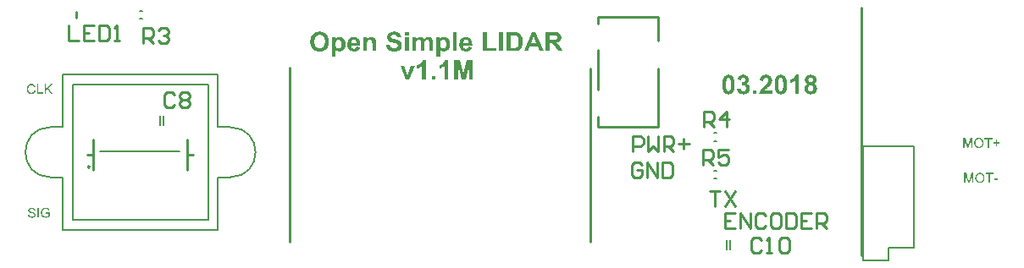
<source format=gto>
G04 Layer_Color=65535*
%FSLAX42Y42*%
%MOMM*%
G71*
G01*
G75*
%ADD37C,0.20*%
%ADD38C,0.25*%
%ADD39C,0.13*%
G36*
X7959Y1870D02*
X7962Y1870D01*
X7964Y1870D01*
X7967Y1869D01*
X7970Y1869D01*
X7977Y1867D01*
X7984Y1865D01*
X7988Y1863D01*
X7991Y1861D01*
X7994Y1859D01*
X7997Y1856D01*
X7998Y1856D01*
X7998Y1856D01*
X7999Y1855D01*
X8000Y1854D01*
X8001Y1853D01*
X8002Y1851D01*
X8005Y1847D01*
X8008Y1841D01*
X8010Y1836D01*
X8012Y1829D01*
X8012Y1825D01*
X8013Y1821D01*
Y1821D01*
Y1820D01*
Y1819D01*
X8012Y1816D01*
X8012Y1813D01*
X8011Y1809D01*
X8010Y1805D01*
X8008Y1801D01*
X8005Y1797D01*
X8005Y1796D01*
X8004Y1795D01*
X8003Y1793D01*
X8000Y1791D01*
X7998Y1788D01*
X7994Y1786D01*
X7990Y1783D01*
X7986Y1781D01*
X7986D01*
X7987Y1781D01*
X7988Y1781D01*
X7989Y1780D01*
X7992Y1778D01*
X7995Y1776D01*
X7999Y1774D01*
X8003Y1770D01*
X8007Y1766D01*
X8010Y1762D01*
X8011Y1761D01*
X8012Y1760D01*
X8013Y1757D01*
X8015Y1754D01*
X8016Y1750D01*
X8017Y1745D01*
X8018Y1740D01*
X8019Y1734D01*
Y1733D01*
Y1733D01*
Y1731D01*
X8018Y1729D01*
X8018Y1727D01*
X8018Y1724D01*
X8017Y1721D01*
X8017Y1718D01*
X8015Y1711D01*
X8013Y1708D01*
X8012Y1704D01*
X8010Y1701D01*
X8007Y1697D01*
X8005Y1694D01*
X8002Y1690D01*
X8001Y1690D01*
X8001Y1690D01*
X8000Y1689D01*
X7998Y1688D01*
X7997Y1686D01*
X7995Y1685D01*
X7992Y1684D01*
X7990Y1682D01*
X7987Y1680D01*
X7983Y1679D01*
X7979Y1678D01*
X7975Y1676D01*
X7971Y1675D01*
X7966Y1675D01*
X7962Y1674D01*
X7956Y1674D01*
X7954D01*
X7952Y1674D01*
X7950Y1674D01*
X7947Y1675D01*
X7944Y1675D01*
X7941Y1675D01*
X7934Y1677D01*
X7927Y1680D01*
X7923Y1681D01*
X7920Y1683D01*
X7916Y1685D01*
X7913Y1687D01*
X7912Y1688D01*
X7912Y1688D01*
X7911Y1689D01*
X7909Y1690D01*
X7908Y1692D01*
X7906Y1694D01*
X7904Y1696D01*
X7902Y1699D01*
X7900Y1702D01*
X7899Y1705D01*
X7897Y1709D01*
X7895Y1713D01*
X7894Y1717D01*
X7893Y1722D01*
X7892Y1727D01*
X7892Y1732D01*
Y1732D01*
Y1733D01*
Y1734D01*
Y1735D01*
X7892Y1738D01*
X7893Y1741D01*
X7894Y1746D01*
X7895Y1751D01*
X7897Y1756D01*
X7900Y1761D01*
Y1761D01*
X7900Y1761D01*
X7901Y1763D01*
X7903Y1765D01*
X7906Y1768D01*
X7909Y1772D01*
X7913Y1775D01*
X7918Y1778D01*
X7924Y1781D01*
X7924D01*
X7924Y1781D01*
X7922Y1782D01*
X7919Y1784D01*
X7916Y1785D01*
X7913Y1788D01*
X7909Y1791D01*
X7906Y1794D01*
X7903Y1798D01*
X7903Y1798D01*
X7902Y1799D01*
X7901Y1801D01*
X7900Y1804D01*
X7899Y1808D01*
X7898Y1812D01*
X7897Y1816D01*
X7897Y1821D01*
Y1821D01*
Y1822D01*
Y1823D01*
X7897Y1824D01*
X7897Y1826D01*
X7898Y1828D01*
X7899Y1833D01*
X7900Y1839D01*
X7903Y1845D01*
X7905Y1848D01*
X7907Y1851D01*
X7909Y1854D01*
X7912Y1856D01*
X7912Y1857D01*
X7913Y1857D01*
X7914Y1858D01*
X7915Y1859D01*
X7916Y1860D01*
X7918Y1861D01*
X7920Y1862D01*
X7923Y1864D01*
X7926Y1865D01*
X7929Y1866D01*
X7932Y1867D01*
X7936Y1868D01*
X7940Y1869D01*
X7945Y1870D01*
X7950Y1870D01*
X7955Y1871D01*
X7957D01*
X7959Y1870D01*
D02*
G37*
G36*
X7415Y1677D02*
X7378D01*
Y1714D01*
X7415D01*
Y1677D01*
D02*
G37*
G36*
X7513Y1870D02*
X7515Y1870D01*
X7518Y1870D01*
X7521Y1869D01*
X7524Y1869D01*
X7532Y1867D01*
X7539Y1864D01*
X7543Y1862D01*
X7546Y1860D01*
X7550Y1858D01*
X7553Y1855D01*
X7553Y1855D01*
X7553Y1854D01*
X7554Y1853D01*
X7555Y1852D01*
X7557Y1851D01*
X7558Y1849D01*
X7559Y1847D01*
X7561Y1844D01*
X7564Y1839D01*
X7567Y1833D01*
X7568Y1829D01*
X7568Y1825D01*
X7569Y1821D01*
X7569Y1817D01*
Y1816D01*
Y1814D01*
X7569Y1812D01*
X7568Y1809D01*
X7568Y1805D01*
X7567Y1801D01*
X7566Y1796D01*
X7564Y1792D01*
X7564Y1791D01*
X7563Y1790D01*
X7562Y1788D01*
X7561Y1784D01*
X7559Y1781D01*
X7556Y1777D01*
X7553Y1772D01*
X7550Y1768D01*
X7549Y1767D01*
X7548Y1766D01*
X7547Y1764D01*
X7544Y1761D01*
X7541Y1758D01*
X7537Y1753D01*
X7532Y1749D01*
X7525Y1743D01*
X7525Y1743D01*
X7525Y1742D01*
X7524Y1741D01*
X7523Y1740D01*
X7520Y1738D01*
X7516Y1734D01*
X7512Y1731D01*
X7509Y1727D01*
X7505Y1724D01*
X7504Y1723D01*
X7503Y1721D01*
X7503Y1721D01*
X7502Y1721D01*
X7502Y1720D01*
X7500Y1718D01*
X7498Y1715D01*
X7496Y1711D01*
X7569D01*
Y1677D01*
X7440D01*
Y1678D01*
Y1678D01*
X7440Y1679D01*
X7440Y1681D01*
X7441Y1682D01*
X7441Y1684D01*
X7442Y1689D01*
X7444Y1695D01*
X7446Y1701D01*
X7449Y1708D01*
X7452Y1714D01*
Y1714D01*
X7453Y1715D01*
X7454Y1716D01*
X7455Y1717D01*
X7456Y1719D01*
X7457Y1721D01*
X7459Y1723D01*
X7462Y1726D01*
X7464Y1730D01*
X7467Y1733D01*
X7470Y1737D01*
X7474Y1741D01*
X7479Y1745D01*
X7483Y1750D01*
X7488Y1755D01*
X7494Y1760D01*
X7494Y1760D01*
X7495Y1761D01*
X7496Y1762D01*
X7498Y1764D01*
X7500Y1766D01*
X7502Y1768D01*
X7507Y1773D01*
X7512Y1778D01*
X7517Y1783D01*
X7519Y1786D01*
X7522Y1788D01*
X7523Y1790D01*
X7524Y1792D01*
X7525Y1792D01*
X7525Y1794D01*
X7527Y1796D01*
X7528Y1799D01*
X7530Y1802D01*
X7531Y1806D01*
X7532Y1810D01*
X7532Y1814D01*
Y1814D01*
Y1815D01*
Y1816D01*
X7532Y1819D01*
X7531Y1821D01*
X7530Y1824D01*
X7529Y1828D01*
X7528Y1831D01*
X7525Y1833D01*
X7525Y1834D01*
X7524Y1834D01*
X7523Y1836D01*
X7521Y1837D01*
X7518Y1838D01*
X7515Y1839D01*
X7511Y1840D01*
X7507Y1840D01*
X7505D01*
X7503Y1840D01*
X7500Y1839D01*
X7497Y1838D01*
X7494Y1837D01*
X7491Y1835D01*
X7489Y1833D01*
X7488Y1833D01*
X7487Y1832D01*
X7486Y1830D01*
X7485Y1828D01*
X7484Y1824D01*
X7483Y1820D01*
X7482Y1816D01*
X7481Y1810D01*
X7444Y1814D01*
Y1814D01*
X7445Y1815D01*
Y1816D01*
X7445Y1819D01*
X7445Y1821D01*
X7446Y1824D01*
X7447Y1827D01*
X7448Y1831D01*
X7451Y1838D01*
X7454Y1845D01*
X7456Y1848D01*
X7459Y1852D01*
X7462Y1854D01*
X7465Y1857D01*
X7465Y1858D01*
X7465Y1858D01*
X7466Y1858D01*
X7468Y1859D01*
X7469Y1860D01*
X7472Y1861D01*
X7474Y1863D01*
X7477Y1864D01*
X7480Y1865D01*
X7483Y1866D01*
X7490Y1869D01*
X7499Y1870D01*
X7503Y1870D01*
X7508Y1871D01*
X7511D01*
X7513Y1870D01*
D02*
G37*
G36*
X9818Y1194D02*
X9845D01*
Y1183D01*
X9818D01*
Y1156D01*
X9807D01*
Y1183D01*
X9780D01*
Y1194D01*
X9807D01*
Y1220D01*
X9818D01*
Y1194D01*
D02*
G37*
G36*
X7138Y1870D02*
X7140Y1870D01*
X7143Y1869D01*
X7146Y1869D01*
X7149Y1868D01*
X7153Y1867D01*
X7156Y1866D01*
X7160Y1864D01*
X7163Y1862D01*
X7167Y1860D01*
X7171Y1857D01*
X7174Y1854D01*
X7177Y1851D01*
X7177Y1850D01*
X7178Y1849D01*
X7179Y1848D01*
X7180Y1846D01*
X7181Y1843D01*
X7183Y1840D01*
X7185Y1836D01*
X7186Y1832D01*
X7188Y1827D01*
X7190Y1821D01*
X7191Y1814D01*
X7193Y1807D01*
X7194Y1799D01*
X7195Y1791D01*
X7196Y1782D01*
X7196Y1772D01*
Y1772D01*
Y1771D01*
Y1771D01*
Y1770D01*
Y1767D01*
X7196Y1763D01*
X7195Y1759D01*
X7195Y1753D01*
X7194Y1748D01*
X7194Y1742D01*
X7193Y1735D01*
X7191Y1729D01*
X7190Y1722D01*
X7188Y1716D01*
X7186Y1710D01*
X7183Y1704D01*
X7180Y1698D01*
X7177Y1693D01*
X7177Y1693D01*
X7176Y1693D01*
X7175Y1691D01*
X7174Y1690D01*
X7173Y1689D01*
X7171Y1687D01*
X7168Y1685D01*
X7166Y1684D01*
X7163Y1682D01*
X7160Y1680D01*
X7156Y1678D01*
X7152Y1677D01*
X7148Y1676D01*
X7143Y1675D01*
X7138Y1674D01*
X7133Y1674D01*
X7132D01*
X7131Y1674D01*
X7129D01*
X7126Y1674D01*
X7124Y1675D01*
X7121Y1675D01*
X7117Y1677D01*
X7114Y1678D01*
X7110Y1679D01*
X7106Y1681D01*
X7103Y1683D01*
X7099Y1685D01*
X7095Y1688D01*
X7092Y1691D01*
X7088Y1695D01*
X7088Y1695D01*
X7087Y1696D01*
X7087Y1698D01*
X7086Y1699D01*
X7084Y1702D01*
X7083Y1705D01*
X7081Y1709D01*
X7080Y1713D01*
X7078Y1718D01*
X7077Y1723D01*
X7075Y1730D01*
X7074Y1737D01*
X7073Y1745D01*
X7072Y1753D01*
X7072Y1762D01*
X7071Y1772D01*
Y1773D01*
Y1773D01*
Y1774D01*
Y1775D01*
Y1778D01*
X7072Y1781D01*
X7072Y1786D01*
X7072Y1791D01*
X7073Y1796D01*
X7073Y1803D01*
X7075Y1809D01*
X7076Y1815D01*
X7077Y1822D01*
X7079Y1828D01*
X7081Y1834D01*
X7084Y1840D01*
X7087Y1846D01*
X7090Y1851D01*
X7090Y1851D01*
X7091Y1851D01*
X7092Y1853D01*
X7093Y1854D01*
X7094Y1855D01*
X7096Y1857D01*
X7099Y1859D01*
X7101Y1861D01*
X7104Y1863D01*
X7107Y1864D01*
X7111Y1866D01*
X7115Y1868D01*
X7119Y1869D01*
X7124Y1870D01*
X7128Y1870D01*
X7133Y1871D01*
X7136D01*
X7138Y1870D01*
D02*
G37*
G36*
X7661D02*
X7663Y1870D01*
X7666Y1869D01*
X7669Y1869D01*
X7672Y1868D01*
X7676Y1867D01*
X7679Y1866D01*
X7683Y1864D01*
X7686Y1862D01*
X7690Y1860D01*
X7693Y1857D01*
X7697Y1854D01*
X7700Y1851D01*
X7700Y1850D01*
X7701Y1849D01*
X7701Y1848D01*
X7703Y1846D01*
X7704Y1843D01*
X7706Y1840D01*
X7708Y1836D01*
X7709Y1832D01*
X7711Y1827D01*
X7713Y1821D01*
X7714Y1814D01*
X7716Y1807D01*
X7717Y1799D01*
X7718Y1791D01*
X7718Y1782D01*
X7719Y1772D01*
Y1772D01*
Y1771D01*
Y1771D01*
Y1770D01*
Y1767D01*
X7718Y1763D01*
X7718Y1759D01*
X7718Y1753D01*
X7717Y1748D01*
X7716Y1742D01*
X7715Y1735D01*
X7714Y1729D01*
X7713Y1722D01*
X7711Y1716D01*
X7709Y1710D01*
X7706Y1704D01*
X7703Y1698D01*
X7700Y1693D01*
X7699Y1693D01*
X7699Y1693D01*
X7698Y1691D01*
X7697Y1690D01*
X7695Y1689D01*
X7693Y1687D01*
X7691Y1685D01*
X7688Y1684D01*
X7685Y1682D01*
X7682Y1680D01*
X7679Y1678D01*
X7675Y1677D01*
X7671Y1676D01*
X7666Y1675D01*
X7661Y1674D01*
X7656Y1674D01*
X7655D01*
X7653Y1674D01*
X7651D01*
X7649Y1674D01*
X7646Y1675D01*
X7643Y1675D01*
X7640Y1677D01*
X7636Y1678D01*
X7633Y1679D01*
X7629Y1681D01*
X7625Y1683D01*
X7621Y1685D01*
X7618Y1688D01*
X7614Y1691D01*
X7611Y1695D01*
X7611Y1695D01*
X7610Y1696D01*
X7609Y1698D01*
X7608Y1699D01*
X7607Y1702D01*
X7606Y1705D01*
X7604Y1709D01*
X7603Y1713D01*
X7601Y1718D01*
X7599Y1723D01*
X7598Y1730D01*
X7597Y1737D01*
X7596Y1745D01*
X7595Y1753D01*
X7594Y1762D01*
X7594Y1772D01*
Y1773D01*
Y1773D01*
Y1774D01*
Y1775D01*
Y1778D01*
X7594Y1781D01*
X7595Y1786D01*
X7595Y1791D01*
X7596Y1796D01*
X7596Y1803D01*
X7597Y1809D01*
X7598Y1815D01*
X7600Y1822D01*
X7602Y1828D01*
X7604Y1834D01*
X7606Y1840D01*
X7609Y1846D01*
X7613Y1851D01*
X7613Y1851D01*
X7613Y1851D01*
X7614Y1853D01*
X7616Y1854D01*
X7617Y1855D01*
X7619Y1857D01*
X7621Y1859D01*
X7624Y1861D01*
X7627Y1863D01*
X7630Y1864D01*
X7634Y1866D01*
X7638Y1868D01*
X7642Y1869D01*
X7646Y1870D01*
X7651Y1870D01*
X7656Y1871D01*
X7659D01*
X7661Y1870D01*
D02*
G37*
G36*
X4206Y1822D02*
X4169D01*
Y1859D01*
X4206D01*
Y1822D01*
D02*
G37*
G36*
X4330D02*
X4293D01*
Y1961D01*
X4293Y1961D01*
X4292Y1960D01*
X4291Y1959D01*
X4289Y1958D01*
X4287Y1956D01*
X4285Y1955D01*
X4282Y1953D01*
X4279Y1950D01*
X4276Y1948D01*
X4272Y1946D01*
X4269Y1943D01*
X4264Y1941D01*
X4256Y1937D01*
X4246Y1933D01*
Y1966D01*
X4246D01*
X4246Y1967D01*
X4247Y1967D01*
X4248Y1967D01*
X4251Y1969D01*
X4255Y1970D01*
X4259Y1973D01*
X4265Y1976D01*
X4271Y1979D01*
X4277Y1984D01*
X4277Y1984D01*
X4277Y1984D01*
X4278Y1985D01*
X4279Y1986D01*
X4282Y1989D01*
X4286Y1993D01*
X4290Y1997D01*
X4294Y2003D01*
X4297Y2009D01*
X4300Y2015D01*
X4330D01*
Y1822D01*
D02*
G37*
G36*
X3942D02*
X3908D01*
X3852Y1961D01*
X3891D01*
X3917Y1890D01*
X3925Y1866D01*
X3925Y1867D01*
X3925Y1868D01*
X3926Y1869D01*
X3926Y1871D01*
X3928Y1875D01*
X3928Y1877D01*
X3928Y1878D01*
Y1878D01*
X3929Y1879D01*
X3929Y1880D01*
X3930Y1882D01*
X3931Y1886D01*
X3932Y1890D01*
X3959Y1961D01*
X3997D01*
X3942Y1822D01*
D02*
G37*
G36*
X7837Y1677D02*
X7801D01*
Y1816D01*
X7800Y1816D01*
X7800Y1816D01*
X7799Y1815D01*
X7797Y1813D01*
X7795Y1812D01*
X7793Y1810D01*
X7790Y1808D01*
X7787Y1806D01*
X7784Y1804D01*
X7780Y1801D01*
X7776Y1799D01*
X7772Y1797D01*
X7763Y1793D01*
X7753Y1789D01*
Y1822D01*
X7753D01*
X7754Y1822D01*
X7754Y1823D01*
X7756Y1823D01*
X7758Y1824D01*
X7762Y1826D01*
X7767Y1828D01*
X7772Y1831D01*
X7778Y1835D01*
X7784Y1839D01*
X7784Y1840D01*
X7785Y1840D01*
X7786Y1841D01*
X7787Y1842D01*
X7790Y1845D01*
X7793Y1848D01*
X7797Y1853D01*
X7801Y1858D01*
X7805Y1864D01*
X7807Y1871D01*
X7837D01*
Y1677D01*
D02*
G37*
G36*
X7286Y1870D02*
X7288Y1870D01*
X7291Y1870D01*
X7294Y1869D01*
X7297Y1868D01*
X7304Y1866D01*
X7307Y1865D01*
X7311Y1863D01*
X7315Y1861D01*
X7318Y1859D01*
X7322Y1856D01*
X7325Y1853D01*
X7325Y1853D01*
X7325Y1853D01*
X7326Y1852D01*
X7327Y1851D01*
X7329Y1848D01*
X7332Y1844D01*
X7334Y1839D01*
X7336Y1834D01*
X7338Y1828D01*
X7338Y1824D01*
X7338Y1821D01*
Y1821D01*
Y1820D01*
X7338Y1819D01*
X7338Y1817D01*
X7337Y1815D01*
X7337Y1812D01*
X7336Y1809D01*
X7335Y1806D01*
X7333Y1803D01*
X7332Y1800D01*
X7329Y1797D01*
X7327Y1793D01*
X7323Y1790D01*
X7320Y1787D01*
X7316Y1784D01*
X7311Y1781D01*
X7311D01*
X7311Y1780D01*
X7312D01*
X7313Y1780D01*
X7316Y1779D01*
X7320Y1777D01*
X7324Y1775D01*
X7329Y1772D01*
X7333Y1769D01*
X7337Y1765D01*
X7337Y1764D01*
X7339Y1762D01*
X7340Y1760D01*
X7342Y1756D01*
X7344Y1752D01*
X7345Y1747D01*
X7346Y1741D01*
X7347Y1735D01*
Y1735D01*
Y1734D01*
Y1732D01*
X7347Y1731D01*
X7346Y1728D01*
X7346Y1726D01*
X7345Y1723D01*
X7345Y1720D01*
X7342Y1713D01*
X7341Y1710D01*
X7339Y1706D01*
X7337Y1702D01*
X7334Y1698D01*
X7332Y1695D01*
X7328Y1691D01*
X7328Y1691D01*
X7327Y1691D01*
X7326Y1690D01*
X7325Y1689D01*
X7323Y1687D01*
X7321Y1686D01*
X7318Y1684D01*
X7316Y1683D01*
X7312Y1681D01*
X7309Y1679D01*
X7305Y1678D01*
X7301Y1677D01*
X7297Y1675D01*
X7292Y1675D01*
X7287Y1674D01*
X7282Y1674D01*
X7280D01*
X7278Y1674D01*
X7276Y1674D01*
X7273Y1675D01*
X7270Y1675D01*
X7267Y1676D01*
X7260Y1677D01*
X7253Y1680D01*
X7249Y1682D01*
X7246Y1684D01*
X7242Y1686D01*
X7239Y1689D01*
X7239Y1689D01*
X7238Y1690D01*
X7237Y1690D01*
X7236Y1691D01*
X7235Y1693D01*
X7233Y1695D01*
X7232Y1697D01*
X7230Y1699D01*
X7228Y1702D01*
X7226Y1705D01*
X7223Y1711D01*
X7221Y1719D01*
X7220Y1723D01*
X7219Y1728D01*
X7255Y1732D01*
Y1732D01*
Y1732D01*
X7255Y1730D01*
X7256Y1728D01*
X7256Y1725D01*
X7258Y1721D01*
X7259Y1718D01*
X7261Y1714D01*
X7264Y1711D01*
X7264Y1711D01*
X7265Y1710D01*
X7267Y1709D01*
X7269Y1708D01*
X7272Y1706D01*
X7275Y1705D01*
X7278Y1705D01*
X7282Y1704D01*
X7283D01*
X7284Y1705D01*
X7286Y1705D01*
X7289Y1705D01*
X7292Y1706D01*
X7295Y1708D01*
X7298Y1710D01*
X7301Y1713D01*
X7301Y1713D01*
X7302Y1715D01*
X7304Y1716D01*
X7305Y1719D01*
X7307Y1722D01*
X7308Y1726D01*
X7309Y1731D01*
X7309Y1736D01*
Y1737D01*
Y1737D01*
Y1739D01*
X7309Y1741D01*
X7308Y1745D01*
X7307Y1748D01*
X7306Y1752D01*
X7304Y1755D01*
X7301Y1759D01*
X7301Y1759D01*
X7300Y1760D01*
X7298Y1761D01*
X7296Y1763D01*
X7294Y1765D01*
X7291Y1766D01*
X7287Y1767D01*
X7283Y1767D01*
X7281D01*
X7279Y1767D01*
X7276Y1766D01*
X7273Y1766D01*
X7270Y1765D01*
X7266Y1764D01*
X7270Y1794D01*
X7273D01*
X7276Y1794D01*
X7279Y1794D01*
X7283Y1795D01*
X7286Y1796D01*
X7290Y1798D01*
X7293Y1800D01*
X7294Y1801D01*
X7295Y1802D01*
X7296Y1803D01*
X7297Y1805D01*
X7299Y1808D01*
X7300Y1811D01*
X7301Y1814D01*
X7301Y1819D01*
Y1819D01*
Y1820D01*
X7301Y1822D01*
X7301Y1824D01*
X7300Y1827D01*
X7299Y1829D01*
X7297Y1832D01*
X7296Y1834D01*
X7295Y1834D01*
X7294Y1835D01*
X7293Y1836D01*
X7291Y1837D01*
X7289Y1838D01*
X7287Y1839D01*
X7283Y1840D01*
X7280Y1840D01*
X7278D01*
X7277Y1840D01*
X7274Y1839D01*
X7272Y1838D01*
X7269Y1837D01*
X7266Y1836D01*
X7264Y1833D01*
X7264Y1833D01*
X7263Y1832D01*
X7262Y1831D01*
X7260Y1828D01*
X7259Y1826D01*
X7258Y1823D01*
X7257Y1819D01*
X7256Y1814D01*
X7222Y1820D01*
Y1820D01*
X7222Y1821D01*
Y1821D01*
X7223Y1823D01*
X7223Y1826D01*
X7224Y1830D01*
X7226Y1834D01*
X7228Y1839D01*
X7230Y1844D01*
X7233Y1848D01*
X7233Y1848D01*
X7234Y1849D01*
X7236Y1851D01*
X7238Y1854D01*
X7241Y1856D01*
X7244Y1859D01*
X7248Y1862D01*
X7253Y1864D01*
X7253D01*
X7253Y1865D01*
X7255Y1865D01*
X7258Y1866D01*
X7261Y1868D01*
X7265Y1869D01*
X7270Y1870D01*
X7275Y1870D01*
X7281Y1871D01*
X7284D01*
X7286Y1870D01*
D02*
G37*
G36*
X4106Y1822D02*
X4069D01*
Y1961D01*
X4069Y1961D01*
X4068Y1960D01*
X4067Y1959D01*
X4065Y1958D01*
X4063Y1956D01*
X4061Y1955D01*
X4058Y1953D01*
X4055Y1950D01*
X4052Y1948D01*
X4048Y1946D01*
X4045Y1943D01*
X4040Y1941D01*
X4031Y1937D01*
X4021Y1933D01*
Y1966D01*
X4022D01*
X4022Y1967D01*
X4023Y1967D01*
X4024Y1967D01*
X4027Y1969D01*
X4031Y1970D01*
X4035Y1973D01*
X4041Y1976D01*
X4046Y1979D01*
X4053Y1984D01*
X4053Y1984D01*
X4053Y1984D01*
X4054Y1985D01*
X4055Y1986D01*
X4058Y1989D01*
X4062Y1993D01*
X4066Y1997D01*
X4070Y2003D01*
X4073Y2009D01*
X4076Y2015D01*
X4106D01*
Y1822D01*
D02*
G37*
G36*
X9573Y1140D02*
X9561D01*
Y1222D01*
X9532Y1140D01*
X9521D01*
X9492Y1223D01*
Y1140D01*
X9480D01*
Y1238D01*
X9499D01*
X9522Y1168D01*
Y1168D01*
X9523Y1168D01*
X9523Y1167D01*
X9523Y1167D01*
X9524Y1165D01*
X9524Y1163D01*
X9525Y1161D01*
X9526Y1158D01*
X9527Y1156D01*
X9527Y1154D01*
X9527Y1154D01*
X9527Y1155D01*
X9528Y1156D01*
X9528Y1158D01*
X9529Y1160D01*
X9530Y1163D01*
X9531Y1166D01*
X9532Y1170D01*
X9556Y1238D01*
X9573D01*
Y1140D01*
D02*
G37*
G36*
X235Y1692D02*
X283D01*
Y1680D01*
X222D01*
Y1778D01*
X235D01*
Y1692D01*
D02*
G37*
G36*
X335Y1738D02*
X378Y1680D01*
X361D01*
X326Y1729D01*
X310Y1714D01*
Y1680D01*
X297D01*
Y1778D01*
X310D01*
Y1729D01*
X359Y1778D01*
X376D01*
X335Y1738D01*
D02*
G37*
G36*
X168Y1779D02*
X170Y1779D01*
X171Y1779D01*
X173Y1779D01*
X175Y1778D01*
X178Y1777D01*
X183Y1776D01*
X185Y1775D01*
X187Y1774D01*
X189Y1773D01*
X191Y1772D01*
X191Y1772D01*
X191Y1771D01*
X192Y1771D01*
X192Y1770D01*
X193Y1770D01*
X194Y1769D01*
X195Y1768D01*
X196Y1766D01*
X197Y1765D01*
X198Y1763D01*
X200Y1762D01*
X201Y1760D01*
X202Y1758D01*
X203Y1756D01*
X204Y1753D01*
X205Y1751D01*
X192Y1748D01*
Y1748D01*
X192Y1748D01*
X191Y1749D01*
X191Y1749D01*
X191Y1750D01*
X190Y1751D01*
X189Y1754D01*
X188Y1756D01*
X186Y1759D01*
X184Y1761D01*
X182Y1763D01*
X182Y1764D01*
X181Y1764D01*
X179Y1765D01*
X178Y1766D01*
X175Y1767D01*
X172Y1768D01*
X169Y1768D01*
X166Y1768D01*
X165D01*
X164Y1768D01*
X163D01*
X162Y1768D01*
X159Y1768D01*
X156Y1767D01*
X153Y1766D01*
X150Y1765D01*
X147Y1763D01*
X147D01*
X147Y1762D01*
X146Y1762D01*
X144Y1761D01*
X143Y1759D01*
X141Y1757D01*
X139Y1754D01*
X138Y1751D01*
X136Y1748D01*
Y1748D01*
X136Y1748D01*
X136Y1747D01*
X136Y1747D01*
X136Y1746D01*
X135Y1745D01*
X135Y1742D01*
X134Y1740D01*
X134Y1737D01*
X133Y1733D01*
X133Y1729D01*
Y1729D01*
Y1729D01*
Y1728D01*
Y1727D01*
X133Y1726D01*
Y1725D01*
X134Y1724D01*
X134Y1722D01*
X134Y1719D01*
X135Y1715D01*
X136Y1711D01*
X137Y1708D01*
Y1708D01*
X137Y1707D01*
X137Y1707D01*
X137Y1706D01*
X138Y1705D01*
X140Y1703D01*
X141Y1700D01*
X143Y1698D01*
X145Y1696D01*
X148Y1694D01*
X148D01*
X148Y1694D01*
X149Y1693D01*
X149Y1693D01*
X150Y1693D01*
X151Y1692D01*
X153Y1692D01*
X156Y1691D01*
X158Y1690D01*
X161Y1689D01*
X165Y1689D01*
X166D01*
X167Y1689D01*
X168D01*
X168Y1690D01*
X171Y1690D01*
X174Y1691D01*
X177Y1692D01*
X180Y1694D01*
X182Y1694D01*
X183Y1696D01*
X183Y1696D01*
X183Y1696D01*
X184Y1696D01*
X184Y1697D01*
X185Y1697D01*
X186Y1698D01*
X186Y1699D01*
X187Y1700D01*
X188Y1701D01*
X189Y1703D01*
X190Y1704D01*
X191Y1706D01*
X191Y1708D01*
X192Y1710D01*
X193Y1712D01*
X193Y1714D01*
X206Y1711D01*
Y1711D01*
X206Y1710D01*
X206Y1709D01*
X205Y1708D01*
X205Y1707D01*
X204Y1705D01*
X204Y1704D01*
X203Y1702D01*
X201Y1698D01*
X198Y1694D01*
X197Y1692D01*
X195Y1690D01*
X194Y1688D01*
X192Y1687D01*
X191Y1686D01*
X191Y1686D01*
X190Y1686D01*
X190Y1685D01*
X189Y1685D01*
X188Y1684D01*
X186Y1683D01*
X184Y1683D01*
X183Y1682D01*
X181Y1681D01*
X179Y1680D01*
X176Y1680D01*
X174Y1679D01*
X171Y1679D01*
X169Y1678D01*
X166Y1678D01*
X164D01*
X163Y1678D01*
X162D01*
X160Y1679D01*
X159Y1679D01*
X157Y1679D01*
X153Y1680D01*
X148Y1681D01*
X144Y1683D01*
X142Y1684D01*
X140Y1685D01*
X140Y1685D01*
X140Y1685D01*
X139Y1685D01*
X139Y1686D01*
X138Y1686D01*
X137Y1687D01*
X136Y1688D01*
X135Y1689D01*
X133Y1691D01*
X132Y1692D01*
X130Y1695D01*
X127Y1699D01*
X125Y1703D01*
Y1703D01*
X125Y1704D01*
X125Y1705D01*
X124Y1705D01*
X124Y1707D01*
X124Y1708D01*
X123Y1709D01*
X123Y1711D01*
X122Y1713D01*
X122Y1715D01*
X121Y1719D01*
X120Y1724D01*
X120Y1729D01*
Y1730D01*
Y1730D01*
Y1731D01*
X120Y1732D01*
Y1733D01*
X120Y1735D01*
X120Y1737D01*
X121Y1739D01*
X121Y1743D01*
X122Y1747D01*
X124Y1752D01*
X126Y1756D01*
X126Y1756D01*
X126Y1757D01*
X126Y1757D01*
X127Y1758D01*
X127Y1759D01*
X128Y1760D01*
X130Y1762D01*
X132Y1765D01*
X135Y1768D01*
X138Y1771D01*
X142Y1773D01*
X142Y1773D01*
X143Y1774D01*
X143Y1774D01*
X144Y1774D01*
X145Y1775D01*
X146Y1775D01*
X148Y1776D01*
X149Y1776D01*
X151Y1777D01*
X153Y1777D01*
X157Y1778D01*
X161Y1779D01*
X166Y1779D01*
X167D01*
X168Y1779D01*
D02*
G37*
G36*
X240Y440D02*
X227D01*
Y538D01*
X240D01*
Y440D01*
D02*
G37*
G36*
X311Y539D02*
X312D01*
X315Y539D01*
X318Y538D01*
X321Y538D01*
X325Y537D01*
X328Y536D01*
X328D01*
X328Y536D01*
X329Y535D01*
X329Y535D01*
X331Y534D01*
X333Y533D01*
X335Y532D01*
X337Y530D01*
X339Y528D01*
X341Y526D01*
X341Y526D01*
X342Y525D01*
X343Y524D01*
X344Y522D01*
X345Y520D01*
X346Y517D01*
X348Y514D01*
X349Y510D01*
X337Y507D01*
Y507D01*
X337Y507D01*
X337Y508D01*
X337Y508D01*
X336Y510D01*
X336Y511D01*
X335Y513D01*
X334Y515D01*
X333Y517D01*
X331Y519D01*
X331Y519D01*
X331Y520D01*
X330Y520D01*
X329Y521D01*
X328Y522D01*
X326Y523D01*
X324Y525D01*
X322Y526D01*
X322Y526D01*
X321Y526D01*
X320Y526D01*
X318Y527D01*
X316Y527D01*
X314Y528D01*
X311Y528D01*
X309Y528D01*
X307D01*
X306Y528D01*
X306D01*
X304Y528D01*
X301Y528D01*
X298Y527D01*
X296Y526D01*
X293Y525D01*
X293Y525D01*
X292Y525D01*
X291Y524D01*
X290Y524D01*
X288Y522D01*
X286Y521D01*
X285Y520D01*
X283Y518D01*
X283Y518D01*
X282Y518D01*
X282Y517D01*
X281Y516D01*
X280Y514D01*
X279Y512D01*
X278Y511D01*
X277Y509D01*
Y509D01*
X277Y508D01*
X276Y508D01*
X276Y507D01*
X276Y506D01*
X276Y505D01*
X275Y504D01*
X275Y503D01*
X274Y500D01*
X274Y497D01*
X273Y493D01*
X273Y489D01*
Y489D01*
Y488D01*
Y488D01*
X273Y487D01*
Y486D01*
X273Y484D01*
X274Y483D01*
X274Y481D01*
X274Y478D01*
X275Y474D01*
X276Y471D01*
X277Y467D01*
Y467D01*
X278Y467D01*
X278Y466D01*
X278Y466D01*
X279Y464D01*
X281Y462D01*
X283Y460D01*
X285Y458D01*
X288Y456D01*
X291Y454D01*
X291D01*
X291Y454D01*
X291Y454D01*
X292Y453D01*
X293Y453D01*
X294Y453D01*
X296Y452D01*
X299Y451D01*
X302Y451D01*
X305Y450D01*
X309Y450D01*
X310D01*
X311Y450D01*
X312D01*
X314Y450D01*
X317Y451D01*
X319Y451D01*
X322Y452D01*
X325Y453D01*
X325D01*
X326Y453D01*
X326Y453D01*
X327Y454D01*
X328Y454D01*
X330Y455D01*
X332Y456D01*
X334Y457D01*
X336Y458D01*
X338Y460D01*
Y478D01*
X309D01*
Y490D01*
X350D01*
Y454D01*
X350Y453D01*
X350Y453D01*
X349Y453D01*
X349Y452D01*
X348Y452D01*
X347Y451D01*
X345Y450D01*
X344Y449D01*
X341Y447D01*
X338Y445D01*
X334Y444D01*
X330Y442D01*
X330D01*
X330Y442D01*
X329Y442D01*
X329Y442D01*
X328Y441D01*
X327Y441D01*
X325Y441D01*
X324Y440D01*
X321Y440D01*
X317Y439D01*
X314Y438D01*
X310Y438D01*
X308D01*
X307Y438D01*
X306D01*
X305Y439D01*
X303Y439D01*
X301Y439D01*
X297Y440D01*
X293Y441D01*
X288Y442D01*
X286Y443D01*
X284Y444D01*
X283Y445D01*
X283Y445D01*
X282Y445D01*
X282Y445D01*
X281Y446D01*
X280Y447D01*
X277Y449D01*
X274Y451D01*
X271Y455D01*
X268Y458D01*
X266Y462D01*
Y462D01*
X265Y463D01*
X265Y463D01*
X265Y464D01*
X264Y465D01*
X264Y467D01*
X263Y468D01*
X263Y470D01*
X262Y472D01*
X262Y474D01*
X261Y476D01*
X261Y478D01*
X260Y483D01*
X260Y488D01*
Y488D01*
Y489D01*
Y490D01*
X260Y491D01*
Y492D01*
X260Y493D01*
X260Y495D01*
X261Y497D01*
X261Y499D01*
X261Y501D01*
X262Y505D01*
X264Y510D01*
X266Y515D01*
X266Y515D01*
X266Y515D01*
X266Y516D01*
X267Y517D01*
X267Y518D01*
X268Y519D01*
X270Y522D01*
X273Y525D01*
X275Y528D01*
X279Y531D01*
X281Y532D01*
X283Y533D01*
X283Y533D01*
X283Y533D01*
X284Y534D01*
X285Y534D01*
X286Y535D01*
X287Y535D01*
X289Y536D01*
X290Y536D01*
X292Y537D01*
X294Y537D01*
X296Y538D01*
X298Y538D01*
X303Y539D01*
X306Y539D01*
X310D01*
X311Y539D01*
D02*
G37*
G36*
X171D02*
X172D01*
X174Y539D01*
X177Y538D01*
X180Y538D01*
X184Y537D01*
X187Y536D01*
X187D01*
X187Y536D01*
X188Y535D01*
X188Y535D01*
X190Y534D01*
X192Y533D01*
X194Y532D01*
X196Y530D01*
X198Y528D01*
X200Y525D01*
Y525D01*
X200Y525D01*
X200Y525D01*
X200Y524D01*
X201Y523D01*
X202Y521D01*
X203Y519D01*
X204Y516D01*
X204Y513D01*
X205Y510D01*
X192Y509D01*
Y509D01*
Y509D01*
X192Y510D01*
X192Y511D01*
X191Y512D01*
X191Y514D01*
X190Y517D01*
X189Y519D01*
X187Y521D01*
X185Y523D01*
X185Y523D01*
X184Y524D01*
X183Y524D01*
X181Y525D01*
X179Y526D01*
X176Y527D01*
X172Y528D01*
X168Y528D01*
X166D01*
X166Y528D01*
X164Y527D01*
X162Y527D01*
X159Y527D01*
X156Y526D01*
X154Y525D01*
X152Y524D01*
X151Y523D01*
X151Y523D01*
X150Y523D01*
X150Y522D01*
X149Y520D01*
X148Y519D01*
X147Y517D01*
X146Y515D01*
X146Y513D01*
Y513D01*
Y512D01*
X146Y511D01*
X146Y510D01*
X147Y509D01*
X148Y507D01*
X148Y506D01*
X150Y504D01*
X150Y504D01*
X151Y504D01*
X151Y503D01*
X152Y503D01*
X153Y503D01*
X154Y502D01*
X155Y502D01*
X156Y501D01*
X158Y501D01*
X160Y500D01*
X162Y499D01*
X164Y499D01*
X166Y498D01*
X169Y497D01*
X169D01*
X170Y497D01*
X171Y497D01*
X172Y497D01*
X173Y497D01*
X175Y496D01*
X176Y496D01*
X178Y495D01*
X181Y494D01*
X185Y493D01*
X187Y493D01*
X188Y492D01*
X190Y492D01*
X191Y491D01*
X191D01*
X191Y491D01*
X192Y491D01*
X192Y490D01*
X194Y490D01*
X196Y488D01*
X198Y487D01*
X200Y485D01*
X202Y483D01*
X203Y481D01*
X204Y481D01*
X204Y480D01*
X205Y479D01*
X206Y477D01*
X206Y475D01*
X207Y473D01*
X207Y470D01*
X208Y467D01*
Y467D01*
Y467D01*
Y467D01*
Y466D01*
X207Y465D01*
X207Y463D01*
X206Y460D01*
X206Y458D01*
X205Y455D01*
X203Y453D01*
Y453D01*
X203Y452D01*
X202Y452D01*
X201Y450D01*
X200Y449D01*
X198Y447D01*
X196Y445D01*
X193Y444D01*
X190Y442D01*
X190D01*
X190Y442D01*
X189Y442D01*
X189Y442D01*
X188Y441D01*
X187Y441D01*
X185Y440D01*
X182Y440D01*
X179Y439D01*
X175Y438D01*
X171Y438D01*
X169D01*
X168Y438D01*
X167D01*
X165Y439D01*
X164Y439D01*
X160Y439D01*
X157Y440D01*
X153Y441D01*
X149Y442D01*
X149D01*
X149Y442D01*
X148Y443D01*
X148Y443D01*
X146Y444D01*
X144Y445D01*
X142Y447D01*
X140Y449D01*
X137Y451D01*
X135Y454D01*
Y454D01*
X135Y454D01*
X135Y455D01*
X134Y455D01*
X134Y456D01*
X134Y457D01*
X133Y459D01*
X132Y461D01*
X131Y464D01*
X130Y468D01*
X130Y471D01*
X142Y472D01*
Y472D01*
Y472D01*
X142Y472D01*
Y471D01*
X143Y470D01*
X143Y468D01*
X144Y466D01*
X144Y464D01*
X145Y462D01*
X146Y460D01*
X146Y460D01*
X147Y460D01*
X147Y459D01*
X148Y458D01*
X150Y456D01*
X151Y455D01*
X154Y454D01*
X156Y453D01*
X156D01*
X156Y453D01*
X157Y452D01*
X157Y452D01*
X158Y452D01*
X160Y451D01*
X162Y451D01*
X165Y450D01*
X168Y450D01*
X171Y450D01*
X172D01*
X174Y450D01*
X175Y450D01*
X177Y450D01*
X179Y451D01*
X182Y451D01*
X184Y452D01*
X184Y452D01*
X185Y452D01*
X186Y453D01*
X187Y454D01*
X188Y455D01*
X190Y456D01*
X191Y457D01*
X192Y458D01*
X192Y458D01*
X193Y459D01*
X193Y459D01*
X194Y461D01*
X194Y462D01*
X195Y463D01*
X195Y465D01*
X195Y466D01*
Y467D01*
Y467D01*
X195Y468D01*
X195Y469D01*
X194Y470D01*
X194Y472D01*
X193Y473D01*
X192Y474D01*
X192Y475D01*
X192Y475D01*
X191Y476D01*
X190Y476D01*
X189Y477D01*
X188Y478D01*
X186Y479D01*
X184Y480D01*
X183Y480D01*
X183Y480D01*
X182Y481D01*
X181Y481D01*
X180Y481D01*
X179Y482D01*
X178Y482D01*
X176Y482D01*
X175Y483D01*
X173Y483D01*
X171Y484D01*
X169Y484D01*
X166Y485D01*
X166D01*
X166Y485D01*
X165Y485D01*
X164Y485D01*
X163Y486D01*
X162Y486D01*
X159Y487D01*
X156Y488D01*
X153Y489D01*
X150Y490D01*
X148Y490D01*
X147Y491D01*
X147D01*
X147Y491D01*
X146Y492D01*
X145Y492D01*
X144Y493D01*
X142Y495D01*
X140Y496D01*
X138Y498D01*
X137Y500D01*
X137Y500D01*
X136Y501D01*
X136Y502D01*
X135Y504D01*
X135Y505D01*
X134Y508D01*
X134Y510D01*
X134Y512D01*
Y512D01*
Y512D01*
Y513D01*
Y513D01*
X134Y515D01*
X134Y517D01*
X135Y519D01*
X135Y521D01*
X136Y524D01*
X138Y526D01*
Y526D01*
X138Y526D01*
X139Y527D01*
X140Y528D01*
X141Y530D01*
X143Y531D01*
X145Y533D01*
X147Y534D01*
X150Y536D01*
X150D01*
X150Y536D01*
X151Y536D01*
X151Y536D01*
X152Y537D01*
X153Y537D01*
X155Y538D01*
X158Y538D01*
X161Y539D01*
X164Y539D01*
X168Y539D01*
X170D01*
X171Y539D01*
D02*
G37*
G36*
X9824Y819D02*
X9787D01*
Y831D01*
X9824D01*
Y819D01*
D02*
G37*
G36*
X9639Y1239D02*
X9640D01*
X9642Y1239D01*
X9643Y1239D01*
X9645Y1238D01*
X9649Y1238D01*
X9653Y1237D01*
X9657Y1235D01*
X9659Y1234D01*
X9661Y1233D01*
X9661Y1233D01*
X9662Y1232D01*
X9662Y1232D01*
X9663Y1232D01*
X9664Y1231D01*
X9665Y1230D01*
X9667Y1228D01*
X9670Y1226D01*
X9673Y1222D01*
X9675Y1219D01*
X9678Y1215D01*
Y1215D01*
X9678Y1214D01*
X9678Y1214D01*
X9678Y1213D01*
X9679Y1212D01*
X9679Y1210D01*
X9680Y1209D01*
X9681Y1207D01*
X9681Y1205D01*
X9682Y1203D01*
X9682Y1201D01*
X9683Y1199D01*
X9683Y1194D01*
X9683Y1188D01*
Y1188D01*
Y1188D01*
Y1187D01*
X9683Y1186D01*
Y1185D01*
X9683Y1183D01*
X9683Y1181D01*
X9683Y1180D01*
X9682Y1176D01*
X9681Y1171D01*
X9679Y1167D01*
X9678Y1164D01*
X9677Y1162D01*
Y1162D01*
X9677Y1161D01*
X9677Y1161D01*
X9676Y1160D01*
X9676Y1159D01*
X9675Y1158D01*
X9673Y1155D01*
X9671Y1153D01*
X9668Y1150D01*
X9664Y1147D01*
X9660Y1144D01*
X9660D01*
X9660Y1144D01*
X9659Y1144D01*
X9658Y1143D01*
X9657Y1143D01*
X9656Y1142D01*
X9655Y1142D01*
X9653Y1141D01*
X9652Y1141D01*
X9650Y1140D01*
X9646Y1139D01*
X9641Y1139D01*
X9637Y1138D01*
X9635D01*
X9635Y1138D01*
X9633D01*
X9632Y1139D01*
X9630Y1139D01*
X9628Y1139D01*
X9625Y1140D01*
X9621Y1141D01*
X9616Y1143D01*
X9614Y1144D01*
X9612Y1145D01*
X9612Y1145D01*
X9612Y1145D01*
X9611Y1146D01*
X9610Y1146D01*
X9609Y1147D01*
X9608Y1148D01*
X9606Y1150D01*
X9603Y1152D01*
X9601Y1155D01*
X9598Y1159D01*
X9596Y1163D01*
Y1163D01*
X9595Y1164D01*
X9595Y1164D01*
X9595Y1165D01*
X9594Y1166D01*
X9594Y1167D01*
X9593Y1169D01*
X9593Y1170D01*
X9592Y1172D01*
X9592Y1174D01*
X9591Y1178D01*
X9590Y1183D01*
X9590Y1187D01*
Y1188D01*
Y1188D01*
Y1188D01*
X9590Y1190D01*
Y1191D01*
X9591Y1193D01*
X9591Y1196D01*
X9591Y1199D01*
X9592Y1201D01*
X9592Y1204D01*
X9593Y1207D01*
X9594Y1210D01*
X9596Y1214D01*
X9597Y1217D01*
X9599Y1220D01*
X9601Y1223D01*
X9603Y1225D01*
X9603Y1226D01*
X9604Y1226D01*
X9604Y1227D01*
X9605Y1228D01*
X9607Y1229D01*
X9608Y1230D01*
X9610Y1231D01*
X9612Y1232D01*
X9614Y1234D01*
X9617Y1235D01*
X9620Y1236D01*
X9623Y1237D01*
X9626Y1238D01*
X9629Y1239D01*
X9633Y1239D01*
X9637Y1239D01*
X9638D01*
X9639Y1239D01*
D02*
G37*
G36*
X9770Y1226D02*
X9738D01*
Y1140D01*
X9725D01*
Y1226D01*
X9693D01*
Y1238D01*
X9770D01*
Y1226D01*
D02*
G37*
G36*
X9649Y889D02*
X9650D01*
X9652Y889D01*
X9653Y889D01*
X9655Y888D01*
X9659Y888D01*
X9663Y887D01*
X9667Y885D01*
X9669Y884D01*
X9671Y883D01*
X9671Y883D01*
X9672Y882D01*
X9672Y882D01*
X9673Y882D01*
X9674Y881D01*
X9675Y880D01*
X9677Y878D01*
X9680Y876D01*
X9683Y872D01*
X9685Y869D01*
X9688Y865D01*
Y865D01*
X9688Y864D01*
X9688Y864D01*
X9688Y863D01*
X9689Y862D01*
X9689Y860D01*
X9690Y859D01*
X9691Y857D01*
X9691Y855D01*
X9692Y853D01*
X9692Y851D01*
X9693Y849D01*
X9693Y844D01*
X9693Y838D01*
Y838D01*
Y838D01*
Y837D01*
X9693Y836D01*
Y835D01*
X9693Y833D01*
X9693Y831D01*
X9693Y830D01*
X9692Y826D01*
X9691Y821D01*
X9689Y817D01*
X9688Y814D01*
X9687Y812D01*
Y812D01*
X9687Y811D01*
X9687Y811D01*
X9686Y810D01*
X9686Y809D01*
X9685Y808D01*
X9683Y805D01*
X9681Y803D01*
X9678Y800D01*
X9674Y797D01*
X9670Y794D01*
X9670D01*
X9670Y794D01*
X9669Y794D01*
X9668Y793D01*
X9667Y793D01*
X9666Y792D01*
X9665Y792D01*
X9663Y791D01*
X9662Y791D01*
X9660Y790D01*
X9656Y789D01*
X9651Y789D01*
X9647Y788D01*
X9645D01*
X9645Y788D01*
X9643D01*
X9642Y789D01*
X9640Y789D01*
X9638Y789D01*
X9635Y790D01*
X9631Y791D01*
X9626Y793D01*
X9624Y794D01*
X9622Y795D01*
X9622Y795D01*
X9622Y795D01*
X9621Y796D01*
X9620Y796D01*
X9619Y797D01*
X9618Y798D01*
X9616Y800D01*
X9613Y802D01*
X9611Y805D01*
X9608Y809D01*
X9606Y813D01*
Y813D01*
X9605Y814D01*
X9605Y814D01*
X9605Y815D01*
X9604Y816D01*
X9604Y817D01*
X9603Y819D01*
X9603Y820D01*
X9602Y822D01*
X9602Y824D01*
X9601Y828D01*
X9600Y833D01*
X9600Y837D01*
Y838D01*
Y838D01*
Y838D01*
X9600Y840D01*
Y841D01*
X9601Y843D01*
X9601Y846D01*
X9601Y849D01*
X9602Y851D01*
X9602Y854D01*
X9603Y857D01*
X9604Y860D01*
X9606Y864D01*
X9607Y867D01*
X9609Y870D01*
X9611Y873D01*
X9613Y875D01*
X9613Y876D01*
X9614Y876D01*
X9614Y877D01*
X9615Y878D01*
X9617Y879D01*
X9618Y880D01*
X9620Y881D01*
X9622Y882D01*
X9624Y884D01*
X9627Y885D01*
X9630Y886D01*
X9633Y887D01*
X9636Y888D01*
X9639Y889D01*
X9643Y889D01*
X9647Y889D01*
X9648D01*
X9649Y889D01*
D02*
G37*
G36*
X9780Y876D02*
X9748D01*
Y790D01*
X9735D01*
Y876D01*
X9703D01*
Y888D01*
X9780D01*
Y876D01*
D02*
G37*
G36*
X9583Y790D02*
X9571D01*
Y872D01*
X9542Y790D01*
X9531D01*
X9502Y873D01*
Y790D01*
X9490D01*
Y888D01*
X9509D01*
X9532Y818D01*
Y818D01*
X9533Y818D01*
X9533Y817D01*
X9533Y817D01*
X9534Y815D01*
X9534Y813D01*
X9535Y811D01*
X9536Y808D01*
X9537Y806D01*
X9537Y804D01*
X9537Y804D01*
X9537Y805D01*
X9538Y806D01*
X9538Y808D01*
X9539Y810D01*
X9540Y813D01*
X9541Y816D01*
X9542Y820D01*
X9566Y888D01*
X9583D01*
Y790D01*
D02*
G37*
G36*
X4879Y2107D02*
X4840D01*
Y2299D01*
X4879D01*
Y2107D01*
D02*
G37*
G36*
X4995Y2299D02*
X5001Y2298D01*
X5006Y2298D01*
X5012Y2297D01*
X5018Y2296D01*
X5024Y2295D01*
X5024D01*
X5024Y2295D01*
X5025Y2294D01*
X5026Y2294D01*
X5030Y2293D01*
X5034Y2291D01*
X5038Y2288D01*
X5043Y2285D01*
X5048Y2282D01*
X5052Y2277D01*
X5053D01*
X5053Y2277D01*
X5054Y2275D01*
X5057Y2272D01*
X5059Y2269D01*
X5062Y2264D01*
X5065Y2259D01*
X5068Y2253D01*
X5071Y2246D01*
Y2246D01*
X5071Y2245D01*
X5071Y2244D01*
X5072Y2243D01*
X5072Y2241D01*
X5073Y2239D01*
X5073Y2236D01*
X5074Y2234D01*
X5075Y2231D01*
X5075Y2227D01*
X5076Y2223D01*
X5076Y2219D01*
X5077Y2211D01*
X5077Y2201D01*
Y2201D01*
Y2200D01*
Y2199D01*
Y2197D01*
X5077Y2195D01*
Y2193D01*
X5077Y2190D01*
X5076Y2187D01*
X5076Y2180D01*
X5075Y2174D01*
X5073Y2167D01*
X5071Y2160D01*
Y2160D01*
X5071Y2159D01*
X5070Y2158D01*
X5070Y2156D01*
X5069Y2155D01*
X5068Y2153D01*
X5066Y2148D01*
X5063Y2143D01*
X5059Y2137D01*
X5055Y2131D01*
X5051Y2126D01*
X5050Y2125D01*
X5049Y2124D01*
X5046Y2123D01*
X5043Y2120D01*
X5039Y2118D01*
X5035Y2115D01*
X5029Y2113D01*
X5023Y2111D01*
X5023D01*
X5023Y2110D01*
X5022D01*
X5021Y2110D01*
X5018Y2110D01*
X5014Y2109D01*
X5009Y2108D01*
X5004Y2107D01*
X4997Y2107D01*
X4989Y2107D01*
X4916D01*
Y2299D01*
X4993D01*
X4995Y2299D01*
D02*
G37*
G36*
X4415Y2107D02*
X4378D01*
Y2299D01*
X4415D01*
Y2107D01*
D02*
G37*
G36*
X4717Y2139D02*
X4814D01*
Y2107D01*
X4678D01*
Y2297D01*
X4717D01*
Y2139D01*
D02*
G37*
G36*
X3567Y2249D02*
X3570Y2249D01*
X3574Y2248D01*
X3577Y2247D01*
X3581Y2246D01*
X3585Y2245D01*
X3585Y2244D01*
X3587Y2244D01*
X3589Y2243D01*
X3591Y2242D01*
X3593Y2240D01*
X3596Y2238D01*
X3598Y2236D01*
X3600Y2233D01*
X3601Y2233D01*
X3601Y2232D01*
X3602Y2231D01*
X3603Y2229D01*
X3605Y2227D01*
X3606Y2224D01*
X3607Y2221D01*
X3608Y2218D01*
Y2218D01*
X3608Y2216D01*
X3609Y2214D01*
X3609Y2211D01*
X3609Y2208D01*
X3610Y2204D01*
X3610Y2199D01*
Y2193D01*
Y2107D01*
X3573D01*
Y2178D01*
Y2178D01*
Y2179D01*
Y2180D01*
Y2181D01*
Y2183D01*
Y2185D01*
X3573Y2190D01*
X3572Y2194D01*
X3572Y2199D01*
X3571Y2204D01*
X3571Y2205D01*
X3571Y2207D01*
Y2207D01*
X3570Y2208D01*
X3569Y2209D01*
X3569Y2211D01*
X3566Y2214D01*
X3565Y2216D01*
X3563Y2217D01*
X3562Y2217D01*
X3562Y2218D01*
X3561Y2218D01*
X3559Y2219D01*
X3557Y2220D01*
X3555Y2220D01*
X3553Y2221D01*
X3550Y2221D01*
X3548D01*
X3547Y2221D01*
X3544Y2220D01*
X3542Y2219D01*
X3539Y2219D01*
X3536Y2217D01*
X3533Y2216D01*
X3532Y2215D01*
X3532Y2215D01*
X3530Y2213D01*
X3529Y2212D01*
X3527Y2210D01*
X3525Y2208D01*
X3524Y2204D01*
X3522Y2201D01*
Y2201D01*
X3522Y2200D01*
X3522Y2198D01*
X3521Y2194D01*
X3521Y2192D01*
X3521Y2190D01*
X3520Y2187D01*
Y2184D01*
X3520Y2181D01*
X3520Y2178D01*
Y2174D01*
Y2169D01*
Y2107D01*
X3483D01*
Y2246D01*
X3517D01*
Y2226D01*
X3517Y2226D01*
X3518Y2227D01*
X3519Y2228D01*
X3520Y2229D01*
X3522Y2231D01*
X3524Y2233D01*
X3527Y2235D01*
X3529Y2238D01*
X3532Y2239D01*
X3536Y2242D01*
X3540Y2244D01*
X3544Y2246D01*
X3548Y2247D01*
X3553Y2248D01*
X3558Y2249D01*
X3563Y2249D01*
X3565D01*
X3567Y2249D01*
D02*
G37*
G36*
X3251D02*
X3253Y2249D01*
X3255Y2248D01*
X3258Y2248D01*
X3261Y2247D01*
X3264Y2246D01*
X3267Y2244D01*
X3271Y2243D01*
X3274Y2241D01*
X3278Y2239D01*
X3281Y2236D01*
X3284Y2233D01*
X3288Y2230D01*
X3288Y2230D01*
X3288Y2229D01*
X3289Y2228D01*
X3290Y2226D01*
X3291Y2225D01*
X3293Y2222D01*
X3295Y2219D01*
X3296Y2216D01*
X3298Y2213D01*
X3299Y2209D01*
X3301Y2204D01*
X3302Y2200D01*
X3303Y2194D01*
X3304Y2189D01*
X3304Y2183D01*
X3305Y2177D01*
Y2177D01*
Y2176D01*
Y2174D01*
X3304Y2171D01*
X3304Y2168D01*
X3304Y2165D01*
X3303Y2161D01*
X3302Y2157D01*
X3300Y2148D01*
X3299Y2144D01*
X3297Y2140D01*
X3295Y2135D01*
X3293Y2131D01*
X3290Y2127D01*
X3287Y2123D01*
X3287Y2123D01*
X3286Y2122D01*
X3286Y2121D01*
X3284Y2120D01*
X3283Y2118D01*
X3281Y2117D01*
X3278Y2115D01*
X3276Y2113D01*
X3273Y2111D01*
X3270Y2110D01*
X3263Y2107D01*
X3259Y2105D01*
X3255Y2105D01*
X3251Y2104D01*
X3246Y2104D01*
X3244D01*
X3242Y2104D01*
X3239Y2104D01*
X3236Y2105D01*
X3232Y2106D01*
X3229Y2107D01*
X3225Y2108D01*
X3225Y2108D01*
X3223Y2109D01*
X3222Y2110D01*
X3219Y2112D01*
X3216Y2114D01*
X3213Y2117D01*
X3210Y2120D01*
X3206Y2124D01*
Y2053D01*
X3169D01*
Y2246D01*
X3203D01*
Y2226D01*
X3203Y2226D01*
X3204Y2227D01*
X3206Y2229D01*
X3208Y2232D01*
X3210Y2234D01*
X3214Y2237D01*
X3217Y2240D01*
X3221Y2243D01*
X3222Y2243D01*
X3223Y2244D01*
X3226Y2245D01*
X3229Y2246D01*
X3232Y2247D01*
X3237Y2248D01*
X3242Y2249D01*
X3247Y2249D01*
X3249D01*
X3251Y2249D01*
D02*
G37*
G36*
X5283Y2107D02*
X5241D01*
X5225Y2150D01*
X5147D01*
X5132Y2107D01*
X5090D01*
X5165Y2299D01*
X5206D01*
X5283Y2107D01*
D02*
G37*
G36*
X5393Y2299D02*
X5396D01*
X5399Y2298D01*
X5403D01*
X5410Y2297D01*
X5418Y2297D01*
X5424Y2295D01*
X5428Y2294D01*
X5430Y2294D01*
X5431D01*
X5431Y2293D01*
X5433Y2292D01*
X5435Y2291D01*
X5438Y2289D01*
X5442Y2287D01*
X5446Y2284D01*
X5449Y2280D01*
X5453Y2275D01*
Y2275D01*
X5453Y2274D01*
X5453Y2274D01*
X5454Y2273D01*
X5455Y2270D01*
X5457Y2266D01*
X5458Y2262D01*
X5460Y2257D01*
X5461Y2251D01*
X5461Y2245D01*
Y2245D01*
Y2244D01*
Y2243D01*
X5461Y2241D01*
Y2239D01*
X5461Y2238D01*
X5459Y2233D01*
X5458Y2227D01*
X5456Y2221D01*
X5453Y2215D01*
X5451Y2212D01*
X5448Y2209D01*
X5448Y2209D01*
X5448Y2209D01*
X5447Y2208D01*
X5446Y2207D01*
X5445Y2206D01*
X5443Y2204D01*
X5441Y2203D01*
X5439Y2202D01*
X5436Y2200D01*
X5433Y2199D01*
X5430Y2197D01*
X5427Y2196D01*
X5423Y2194D01*
X5419Y2193D01*
X5415Y2192D01*
X5410Y2191D01*
X5411D01*
X5411Y2191D01*
X5413Y2190D01*
X5415Y2189D01*
X5418Y2187D01*
X5421Y2184D01*
X5424Y2182D01*
X5428Y2179D01*
X5431Y2175D01*
X5431Y2175D01*
X5433Y2174D01*
X5434Y2171D01*
X5437Y2168D01*
X5440Y2164D01*
X5442Y2161D01*
X5444Y2158D01*
X5446Y2155D01*
X5448Y2152D01*
X5451Y2148D01*
X5453Y2144D01*
X5477Y2107D01*
X5430D01*
X5402Y2148D01*
X5402Y2149D01*
X5402Y2150D01*
X5401Y2151D01*
X5400Y2152D01*
X5399Y2154D01*
X5397Y2156D01*
X5394Y2160D01*
X5391Y2165D01*
X5387Y2170D01*
X5384Y2174D01*
X5383Y2175D01*
X5382Y2177D01*
X5381Y2177D01*
X5381Y2178D01*
X5380Y2179D01*
X5378Y2180D01*
X5376Y2181D01*
X5374Y2183D01*
X5372Y2184D01*
X5370Y2185D01*
X5370D01*
X5369Y2185D01*
X5368Y2186D01*
X5365Y2186D01*
X5363Y2186D01*
X5359Y2187D01*
X5355Y2187D01*
X5343D01*
Y2107D01*
X5304D01*
Y2299D01*
X5391D01*
X5393Y2299D01*
D02*
G37*
G36*
X4295Y2249D02*
X4297Y2249D01*
X4300Y2248D01*
X4303Y2248D01*
X4305Y2247D01*
X4309Y2246D01*
X4312Y2244D01*
X4315Y2243D01*
X4319Y2241D01*
X4322Y2239D01*
X4326Y2236D01*
X4329Y2233D01*
X4332Y2230D01*
X4333Y2230D01*
X4333Y2229D01*
X4334Y2228D01*
X4335Y2226D01*
X4336Y2225D01*
X4338Y2222D01*
X4339Y2219D01*
X4341Y2216D01*
X4342Y2213D01*
X4344Y2209D01*
X4345Y2204D01*
X4347Y2200D01*
X4348Y2194D01*
X4348Y2189D01*
X4349Y2183D01*
X4349Y2177D01*
Y2177D01*
Y2176D01*
Y2174D01*
X4349Y2171D01*
X4349Y2168D01*
X4348Y2165D01*
X4348Y2161D01*
X4347Y2157D01*
X4345Y2148D01*
X4344Y2144D01*
X4342Y2140D01*
X4340Y2135D01*
X4338Y2131D01*
X4335Y2127D01*
X4332Y2123D01*
X4332Y2123D01*
X4331Y2122D01*
X4330Y2121D01*
X4329Y2120D01*
X4327Y2118D01*
X4325Y2117D01*
X4323Y2115D01*
X4321Y2113D01*
X4318Y2111D01*
X4315Y2110D01*
X4308Y2107D01*
X4304Y2105D01*
X4300Y2105D01*
X4295Y2104D01*
X4291Y2104D01*
X4289D01*
X4287Y2104D01*
X4284Y2104D01*
X4281Y2105D01*
X4277Y2106D01*
X4273Y2107D01*
X4270Y2108D01*
X4270Y2108D01*
X4268Y2109D01*
X4266Y2110D01*
X4264Y2112D01*
X4261Y2114D01*
X4258Y2117D01*
X4254Y2120D01*
X4250Y2124D01*
Y2053D01*
X4213D01*
Y2246D01*
X4248D01*
Y2226D01*
X4248Y2226D01*
X4249Y2227D01*
X4251Y2229D01*
X4253Y2232D01*
X4255Y2234D01*
X4258Y2237D01*
X4262Y2240D01*
X4266Y2243D01*
X4266Y2243D01*
X4268Y2244D01*
X4270Y2245D01*
X4273Y2246D01*
X4277Y2247D01*
X4281Y2248D01*
X4286Y2249D01*
X4291Y2249D01*
X4293D01*
X4295Y2249D01*
D02*
G37*
G36*
X3392D02*
X3394Y2249D01*
X3398Y2248D01*
X3401Y2248D01*
X3404Y2247D01*
X3408Y2246D01*
X3412Y2244D01*
X3416Y2243D01*
X3421Y2240D01*
X3424Y2238D01*
X3428Y2235D01*
X3432Y2232D01*
X3436Y2228D01*
X3436Y2228D01*
X3436Y2228D01*
X3437Y2226D01*
X3438Y2224D01*
X3440Y2222D01*
X3441Y2220D01*
X3443Y2216D01*
X3444Y2213D01*
X3446Y2209D01*
X3448Y2204D01*
X3449Y2199D01*
X3451Y2193D01*
X3452Y2187D01*
X3453Y2180D01*
X3453Y2173D01*
Y2166D01*
X3361D01*
Y2165D01*
Y2165D01*
Y2164D01*
X3361Y2163D01*
X3361Y2160D01*
X3362Y2156D01*
X3363Y2152D01*
X3365Y2148D01*
X3367Y2144D01*
X3370Y2140D01*
X3370Y2140D01*
X3371Y2139D01*
X3373Y2137D01*
X3375Y2136D01*
X3378Y2134D01*
X3382Y2133D01*
X3386Y2131D01*
X3391Y2131D01*
X3392D01*
X3394Y2131D01*
X3396Y2132D01*
X3398Y2132D01*
X3401Y2133D01*
X3403Y2134D01*
X3405Y2136D01*
X3406Y2136D01*
X3406Y2137D01*
X3408Y2138D01*
X3409Y2140D01*
X3410Y2142D01*
X3412Y2144D01*
X3413Y2148D01*
X3414Y2151D01*
X3451Y2145D01*
Y2145D01*
X3451Y2144D01*
X3450Y2143D01*
X3450Y2142D01*
X3449Y2140D01*
X3448Y2138D01*
X3446Y2134D01*
X3443Y2129D01*
X3439Y2123D01*
X3434Y2119D01*
X3429Y2114D01*
X3428D01*
X3428Y2114D01*
X3427Y2113D01*
X3426Y2113D01*
X3424Y2112D01*
X3423Y2111D01*
X3421Y2110D01*
X3418Y2109D01*
X3413Y2107D01*
X3406Y2105D01*
X3399Y2104D01*
X3391Y2104D01*
X3389D01*
X3387Y2104D01*
X3385D01*
X3382Y2105D01*
X3378Y2105D01*
X3374Y2106D01*
X3370Y2107D01*
X3366Y2108D01*
X3361Y2110D01*
X3357Y2111D01*
X3353Y2114D01*
X3348Y2116D01*
X3344Y2120D01*
X3340Y2123D01*
X3337Y2127D01*
X3336Y2128D01*
X3336Y2128D01*
X3336Y2129D01*
X3335Y2131D01*
X3334Y2133D01*
X3333Y2135D01*
X3331Y2137D01*
X3330Y2140D01*
X3329Y2144D01*
X3328Y2147D01*
X3326Y2151D01*
X3325Y2156D01*
X3325Y2160D01*
X3324Y2165D01*
X3323Y2170D01*
X3323Y2175D01*
Y2176D01*
Y2177D01*
Y2179D01*
X3323Y2181D01*
X3324Y2184D01*
X3324Y2187D01*
X3325Y2191D01*
X3325Y2195D01*
X3328Y2204D01*
X3329Y2208D01*
X3331Y2213D01*
X3333Y2217D01*
X3335Y2221D01*
X3338Y2226D01*
X3341Y2229D01*
X3341Y2230D01*
X3342Y2230D01*
X3343Y2231D01*
X3345Y2233D01*
X3346Y2234D01*
X3348Y2236D01*
X3351Y2238D01*
X3354Y2239D01*
X3357Y2241D01*
X3360Y2243D01*
X3364Y2245D01*
X3368Y2246D01*
X3372Y2247D01*
X3377Y2248D01*
X3382Y2249D01*
X3387Y2249D01*
X3390D01*
X3392Y2249D01*
D02*
G37*
G36*
X4511D02*
X4514Y2249D01*
X4517Y2248D01*
X4520Y2248D01*
X4524Y2247D01*
X4528Y2246D01*
X4532Y2244D01*
X4536Y2243D01*
X4540Y2240D01*
X4544Y2238D01*
X4548Y2235D01*
X4552Y2232D01*
X4555Y2228D01*
X4555Y2228D01*
X4556Y2228D01*
X4557Y2226D01*
X4558Y2224D01*
X4559Y2222D01*
X4561Y2220D01*
X4562Y2216D01*
X4564Y2213D01*
X4565Y2209D01*
X4567Y2204D01*
X4569Y2199D01*
X4570Y2193D01*
X4571Y2187D01*
X4572Y2180D01*
X4572Y2173D01*
Y2166D01*
X4480D01*
Y2165D01*
Y2165D01*
Y2164D01*
X4481Y2163D01*
X4481Y2160D01*
X4481Y2156D01*
X4482Y2152D01*
X4484Y2148D01*
X4486Y2144D01*
X4489Y2140D01*
X4489Y2140D01*
X4491Y2139D01*
X4492Y2137D01*
X4495Y2136D01*
X4498Y2134D01*
X4502Y2133D01*
X4506Y2131D01*
X4510Y2131D01*
X4512D01*
X4513Y2131D01*
X4515Y2132D01*
X4517Y2132D01*
X4520Y2133D01*
X4522Y2134D01*
X4525Y2136D01*
X4525Y2136D01*
X4526Y2137D01*
X4527Y2138D01*
X4528Y2140D01*
X4530Y2142D01*
X4531Y2144D01*
X4532Y2148D01*
X4534Y2151D01*
X4570Y2145D01*
Y2145D01*
X4570Y2144D01*
X4570Y2143D01*
X4569Y2142D01*
X4568Y2140D01*
X4567Y2138D01*
X4565Y2134D01*
X4562Y2129D01*
X4558Y2123D01*
X4553Y2119D01*
X4548Y2114D01*
X4548D01*
X4547Y2114D01*
X4546Y2113D01*
X4545Y2113D01*
X4544Y2112D01*
X4542Y2111D01*
X4540Y2110D01*
X4537Y2109D01*
X4532Y2107D01*
X4526Y2105D01*
X4518Y2104D01*
X4510Y2104D01*
X4508D01*
X4507Y2104D01*
X4504D01*
X4501Y2105D01*
X4497Y2105D01*
X4494Y2106D01*
X4490Y2107D01*
X4485Y2108D01*
X4481Y2110D01*
X4476Y2111D01*
X4472Y2114D01*
X4467Y2116D01*
X4463Y2120D01*
X4460Y2123D01*
X4456Y2127D01*
X4456Y2128D01*
X4456Y2128D01*
X4455Y2129D01*
X4454Y2131D01*
X4453Y2133D01*
X4452Y2135D01*
X4451Y2137D01*
X4449Y2140D01*
X4448Y2144D01*
X4447Y2147D01*
X4446Y2151D01*
X4445Y2156D01*
X4444Y2160D01*
X4443Y2165D01*
X4443Y2170D01*
X4443Y2175D01*
Y2176D01*
Y2177D01*
Y2179D01*
X4443Y2181D01*
X4443Y2184D01*
X4443Y2187D01*
X4444Y2191D01*
X4445Y2195D01*
X4447Y2204D01*
X4448Y2208D01*
X4450Y2213D01*
X4452Y2217D01*
X4455Y2221D01*
X4458Y2226D01*
X4461Y2229D01*
X4461Y2230D01*
X4461Y2230D01*
X4462Y2231D01*
X4464Y2233D01*
X4466Y2234D01*
X4468Y2236D01*
X4470Y2238D01*
X4473Y2239D01*
X4476Y2241D01*
X4480Y2243D01*
X4483Y2245D01*
X4487Y2246D01*
X4492Y2247D01*
X4496Y2248D01*
X4501Y2249D01*
X4506Y2249D01*
X4509D01*
X4511Y2249D01*
D02*
G37*
G36*
X4578Y1822D02*
X4542D01*
X4542Y1973D01*
X4504Y1822D01*
X4467D01*
X4429Y1973D01*
Y1822D01*
X4393D01*
Y2014D01*
X4451D01*
X4485Y1883D01*
X4520Y2014D01*
X4578D01*
Y1822D01*
D02*
G37*
G36*
X3050Y2302D02*
X3053D01*
X3057Y2302D01*
X3061Y2301D01*
X3066Y2300D01*
X3071Y2299D01*
X3076Y2298D01*
X3081Y2296D01*
X3087Y2294D01*
X3093Y2291D01*
X3098Y2288D01*
X3104Y2285D01*
X3109Y2281D01*
X3114Y2276D01*
X3114Y2276D01*
X3115Y2275D01*
X3117Y2273D01*
X3118Y2271D01*
X3120Y2268D01*
X3122Y2265D01*
X3124Y2261D01*
X3127Y2257D01*
X3129Y2252D01*
X3132Y2246D01*
X3134Y2240D01*
X3136Y2234D01*
X3137Y2227D01*
X3139Y2219D01*
X3139Y2211D01*
X3140Y2203D01*
Y2202D01*
Y2201D01*
X3139Y2198D01*
Y2195D01*
X3139Y2191D01*
X3138Y2186D01*
X3137Y2181D01*
X3137Y2176D01*
X3135Y2170D01*
X3134Y2164D01*
X3131Y2158D01*
X3129Y2152D01*
X3126Y2146D01*
X3122Y2140D01*
X3119Y2135D01*
X3114Y2129D01*
X3114Y2129D01*
X3113Y2128D01*
X3112Y2127D01*
X3109Y2125D01*
X3107Y2123D01*
X3104Y2121D01*
X3100Y2119D01*
X3096Y2116D01*
X3092Y2114D01*
X3087Y2111D01*
X3081Y2109D01*
X3075Y2107D01*
X3069Y2106D01*
X3062Y2104D01*
X3054Y2103D01*
X3047Y2103D01*
X3045D01*
X3042Y2103D01*
X3040Y2104D01*
X3036Y2104D01*
X3032Y2105D01*
X3027Y2105D01*
X3022Y2106D01*
X3017Y2108D01*
X3011Y2110D01*
X3006Y2112D01*
X3000Y2114D01*
X2994Y2117D01*
X2989Y2121D01*
X2984Y2125D01*
X2979Y2129D01*
X2978Y2130D01*
X2977Y2130D01*
X2976Y2132D01*
X2975Y2134D01*
X2973Y2137D01*
X2971Y2140D01*
X2968Y2144D01*
X2966Y2148D01*
X2964Y2153D01*
X2961Y2158D01*
X2959Y2164D01*
X2957Y2171D01*
X2956Y2178D01*
X2954Y2185D01*
X2954Y2193D01*
X2953Y2201D01*
Y2202D01*
Y2203D01*
Y2204D01*
X2954Y2206D01*
Y2209D01*
X2954Y2212D01*
X2954Y2215D01*
X2954Y2219D01*
X2956Y2226D01*
X2957Y2235D01*
X2959Y2243D01*
X2962Y2251D01*
Y2251D01*
X2962Y2251D01*
X2963Y2252D01*
X2963Y2253D01*
X2965Y2256D01*
X2967Y2260D01*
X2969Y2264D01*
X2972Y2268D01*
X2976Y2273D01*
X2980Y2277D01*
X2980Y2277D01*
X2980Y2278D01*
X2982Y2279D01*
X2984Y2281D01*
X2987Y2284D01*
X2991Y2287D01*
X2995Y2290D01*
X3000Y2292D01*
X3005Y2295D01*
X3005D01*
X3006Y2295D01*
X3007Y2296D01*
X3008Y2296D01*
X3010Y2297D01*
X3012Y2297D01*
X3014Y2298D01*
X3017Y2299D01*
X3023Y2300D01*
X3030Y2301D01*
X3038Y2302D01*
X3046Y2302D01*
X3048D01*
X3050Y2302D01*
D02*
G37*
G36*
X3938Y2107D02*
X3901D01*
Y2246D01*
X3938D01*
Y2107D01*
D02*
G37*
G36*
X4137Y2249D02*
X4141Y2248D01*
X4145Y2248D01*
X4149Y2246D01*
X4154Y2245D01*
X4158Y2243D01*
X4159Y2243D01*
X4160Y2242D01*
X4162Y2240D01*
X4164Y2238D01*
X4167Y2236D01*
X4169Y2233D01*
X4172Y2229D01*
X4174Y2224D01*
X4174Y2224D01*
X4175Y2223D01*
X4175Y2221D01*
X4176Y2218D01*
X4177Y2214D01*
X4177Y2209D01*
X4178Y2203D01*
X4178Y2196D01*
Y2107D01*
X4141D01*
Y2186D01*
Y2186D01*
Y2187D01*
Y2188D01*
Y2189D01*
X4141Y2193D01*
X4140Y2197D01*
X4140Y2202D01*
X4139Y2206D01*
X4139Y2210D01*
X4138Y2211D01*
X4137Y2213D01*
X4137Y2213D01*
X4136Y2214D01*
X4135Y2215D01*
X4133Y2217D01*
X4131Y2218D01*
X4128Y2220D01*
X4125Y2221D01*
X4121Y2221D01*
X4120D01*
X4119Y2221D01*
X4117Y2220D01*
X4114Y2220D01*
X4112Y2219D01*
X4109Y2218D01*
X4107Y2216D01*
X4106Y2216D01*
X4105Y2215D01*
X4104Y2214D01*
X4103Y2213D01*
X4101Y2211D01*
X4100Y2208D01*
X4098Y2206D01*
X4097Y2202D01*
Y2202D01*
X4096Y2201D01*
X4096Y2198D01*
X4095Y2195D01*
X4095Y2191D01*
X4095Y2186D01*
X4094Y2180D01*
Y2173D01*
Y2107D01*
X4057D01*
Y2183D01*
Y2183D01*
Y2184D01*
Y2185D01*
Y2186D01*
Y2189D01*
X4057Y2194D01*
X4057Y2198D01*
X4056Y2202D01*
X4056Y2206D01*
X4055Y2208D01*
X4055Y2209D01*
Y2209D01*
X4055Y2210D01*
X4054Y2211D01*
X4054Y2212D01*
X4052Y2215D01*
X4050Y2217D01*
X4049Y2218D01*
X4049Y2218D01*
X4048Y2218D01*
X4047Y2219D01*
X4046Y2219D01*
X4044Y2220D01*
X4042Y2220D01*
X4040Y2221D01*
X4036D01*
X4035Y2221D01*
X4033Y2220D01*
X4030Y2220D01*
X4028Y2219D01*
X4025Y2218D01*
X4022Y2216D01*
X4022Y2216D01*
X4021Y2215D01*
X4020Y2214D01*
X4019Y2213D01*
X4017Y2211D01*
X4016Y2209D01*
X4014Y2206D01*
X4013Y2203D01*
Y2203D01*
X4012Y2201D01*
X4012Y2199D01*
X4011Y2196D01*
X4011Y2192D01*
X4011Y2187D01*
X4010Y2181D01*
Y2174D01*
Y2107D01*
X3973D01*
Y2246D01*
X4007D01*
Y2227D01*
X4007Y2227D01*
X4008Y2228D01*
X4009Y2229D01*
X4010Y2231D01*
X4012Y2232D01*
X4014Y2234D01*
X4016Y2236D01*
X4019Y2238D01*
X4022Y2240D01*
X4026Y2242D01*
X4033Y2246D01*
X4037Y2247D01*
X4041Y2248D01*
X4046Y2249D01*
X4050Y2249D01*
X4052D01*
X4055Y2249D01*
X4058Y2249D01*
X4062Y2248D01*
X4066Y2247D01*
X4069Y2246D01*
X4073Y2244D01*
X4074Y2243D01*
X4075Y2243D01*
X4077Y2241D01*
X4079Y2239D01*
X4082Y2237D01*
X4084Y2234D01*
X4087Y2231D01*
X4090Y2227D01*
X4090Y2227D01*
X4091Y2229D01*
X4093Y2231D01*
X4095Y2233D01*
X4099Y2236D01*
X4102Y2239D01*
X4105Y2241D01*
X4109Y2244D01*
X4110Y2244D01*
X4111Y2244D01*
X4114Y2245D01*
X4116Y2246D01*
X4120Y2248D01*
X4124Y2248D01*
X4128Y2249D01*
X4132Y2249D01*
X4135D01*
X4137Y2249D01*
D02*
G37*
G36*
X3938Y2265D02*
X3901D01*
Y2299D01*
X3938D01*
Y2265D01*
D02*
G37*
G36*
X3795Y2302D02*
X3798Y2302D01*
X3802Y2302D01*
X3805Y2301D01*
X3810Y2301D01*
X3818Y2299D01*
X3823Y2297D01*
X3827Y2296D01*
X3832Y2294D01*
X3836Y2292D01*
X3840Y2289D01*
X3843Y2286D01*
X3844Y2286D01*
X3844Y2286D01*
X3845Y2285D01*
X3846Y2284D01*
X3848Y2282D01*
X3849Y2280D01*
X3851Y2278D01*
X3853Y2275D01*
X3855Y2272D01*
X3856Y2269D01*
X3858Y2266D01*
X3859Y2262D01*
X3861Y2258D01*
X3862Y2253D01*
X3863Y2249D01*
X3863Y2244D01*
X3824Y2243D01*
Y2243D01*
Y2243D01*
X3823Y2245D01*
X3823Y2248D01*
X3822Y2251D01*
X3820Y2254D01*
X3818Y2258D01*
X3816Y2261D01*
X3813Y2264D01*
X3813Y2264D01*
X3812Y2265D01*
X3810Y2266D01*
X3807Y2267D01*
X3804Y2268D01*
X3800Y2269D01*
X3795Y2270D01*
X3789Y2270D01*
X3786D01*
X3783Y2270D01*
X3779Y2269D01*
X3775Y2269D01*
X3771Y2267D01*
X3767Y2266D01*
X3763Y2263D01*
X3762Y2263D01*
X3762Y2262D01*
X3761Y2261D01*
X3760Y2260D01*
X3758Y2258D01*
X3757Y2256D01*
X3757Y2254D01*
X3757Y2251D01*
Y2251D01*
Y2250D01*
X3757Y2249D01*
X3757Y2247D01*
X3758Y2245D01*
X3759Y2243D01*
X3760Y2241D01*
X3762Y2239D01*
X3762Y2239D01*
X3764Y2238D01*
X3765Y2238D01*
X3766Y2237D01*
X3767Y2236D01*
X3769Y2236D01*
X3771Y2235D01*
X3774Y2234D01*
X3777Y2233D01*
X3780Y2231D01*
X3784Y2230D01*
X3788Y2229D01*
X3793Y2228D01*
X3798Y2227D01*
X3798D01*
X3799Y2226D01*
X3800Y2226D01*
X3802Y2226D01*
X3805Y2225D01*
X3807Y2224D01*
X3810Y2223D01*
X3813Y2223D01*
X3820Y2220D01*
X3827Y2218D01*
X3834Y2216D01*
X3836Y2214D01*
X3839Y2213D01*
X3840D01*
X3840Y2213D01*
X3841Y2211D01*
X3844Y2210D01*
X3847Y2208D01*
X3850Y2205D01*
X3854Y2201D01*
X3858Y2198D01*
X3861Y2193D01*
X3861Y2193D01*
X3862Y2191D01*
X3863Y2188D01*
X3865Y2185D01*
X3866Y2180D01*
X3867Y2175D01*
X3868Y2169D01*
X3868Y2163D01*
Y2162D01*
Y2162D01*
Y2161D01*
Y2160D01*
X3868Y2158D01*
X3868Y2156D01*
X3867Y2153D01*
X3866Y2148D01*
X3865Y2142D01*
X3862Y2137D01*
X3859Y2131D01*
Y2131D01*
X3858Y2131D01*
X3857Y2129D01*
X3855Y2126D01*
X3852Y2123D01*
X3849Y2120D01*
X3844Y2116D01*
X3839Y2113D01*
X3833Y2110D01*
X3833D01*
X3832Y2110D01*
X3831Y2110D01*
X3830Y2109D01*
X3828Y2108D01*
X3826Y2108D01*
X3824Y2107D01*
X3821Y2107D01*
X3818Y2106D01*
X3815Y2105D01*
X3808Y2104D01*
X3800Y2103D01*
X3791Y2103D01*
X3788D01*
X3785Y2103D01*
X3782Y2104D01*
X3779Y2104D01*
X3775Y2105D01*
X3771Y2105D01*
X3762Y2107D01*
X3757Y2109D01*
X3752Y2110D01*
X3748Y2112D01*
X3743Y2114D01*
X3739Y2117D01*
X3735Y2120D01*
X3735Y2120D01*
X3734Y2121D01*
X3733Y2121D01*
X3732Y2123D01*
X3730Y2125D01*
X3729Y2127D01*
X3727Y2130D01*
X3725Y2132D01*
X3723Y2136D01*
X3721Y2139D01*
X3719Y2143D01*
X3717Y2148D01*
X3716Y2153D01*
X3714Y2158D01*
X3713Y2163D01*
X3712Y2169D01*
X3750Y2173D01*
Y2173D01*
X3750Y2172D01*
Y2171D01*
X3750Y2170D01*
X3752Y2166D01*
X3753Y2162D01*
X3755Y2158D01*
X3757Y2153D01*
X3760Y2149D01*
X3763Y2145D01*
X3764Y2145D01*
X3765Y2143D01*
X3768Y2142D01*
X3771Y2140D01*
X3775Y2139D01*
X3780Y2137D01*
X3785Y2136D01*
X3792Y2136D01*
X3795D01*
X3798Y2136D01*
X3802Y2137D01*
X3807Y2138D01*
X3811Y2139D01*
X3816Y2141D01*
X3820Y2144D01*
X3820Y2144D01*
X3821Y2145D01*
X3823Y2147D01*
X3825Y2149D01*
X3826Y2152D01*
X3828Y2155D01*
X3829Y2158D01*
X3830Y2162D01*
Y2163D01*
Y2163D01*
X3829Y2165D01*
X3829Y2166D01*
X3828Y2168D01*
X3828Y2170D01*
X3827Y2172D01*
X3825Y2174D01*
X3825Y2174D01*
X3825Y2175D01*
X3824Y2176D01*
X3822Y2177D01*
X3820Y2178D01*
X3818Y2179D01*
X3815Y2181D01*
X3811Y2182D01*
X3811D01*
X3810Y2183D01*
X3808Y2183D01*
X3807Y2184D01*
X3805Y2184D01*
X3803Y2185D01*
X3801Y2186D01*
X3798Y2186D01*
X3796Y2187D01*
X3792Y2188D01*
X3789Y2189D01*
X3785Y2190D01*
X3780Y2191D01*
X3780D01*
X3779Y2191D01*
X3777Y2192D01*
X3775Y2192D01*
X3773Y2193D01*
X3770Y2194D01*
X3767Y2195D01*
X3763Y2196D01*
X3756Y2199D01*
X3749Y2202D01*
X3745Y2204D01*
X3742Y2206D01*
X3739Y2208D01*
X3737Y2210D01*
X3737Y2210D01*
X3736Y2211D01*
X3735Y2211D01*
X3734Y2213D01*
X3733Y2214D01*
X3731Y2216D01*
X3730Y2218D01*
X3728Y2221D01*
X3725Y2226D01*
X3722Y2233D01*
X3721Y2237D01*
X3720Y2240D01*
X3720Y2244D01*
X3719Y2249D01*
Y2249D01*
Y2249D01*
Y2250D01*
Y2251D01*
X3720Y2254D01*
X3720Y2258D01*
X3721Y2262D01*
X3723Y2266D01*
X3725Y2271D01*
X3727Y2276D01*
Y2276D01*
X3728Y2277D01*
X3729Y2278D01*
X3731Y2281D01*
X3733Y2283D01*
X3737Y2286D01*
X3741Y2290D01*
X3746Y2293D01*
X3751Y2296D01*
X3752D01*
X3752Y2296D01*
X3753Y2296D01*
X3754Y2297D01*
X3756Y2297D01*
X3757Y2298D01*
X3760Y2298D01*
X3762Y2299D01*
X3768Y2300D01*
X3774Y2301D01*
X3781Y2302D01*
X3789Y2302D01*
X3793D01*
X3795Y2302D01*
D02*
G37*
%LPC*%
G36*
X7955Y1766D02*
X7953D01*
X7950Y1765D01*
X7948Y1765D01*
X7944Y1763D01*
X7941Y1762D01*
X7938Y1759D01*
X7935Y1756D01*
X7935Y1756D01*
X7934Y1755D01*
X7933Y1753D01*
X7932Y1750D01*
X7930Y1747D01*
X7930Y1744D01*
X7929Y1740D01*
X7929Y1736D01*
Y1736D01*
Y1735D01*
Y1735D01*
Y1733D01*
X7929Y1731D01*
X7930Y1727D01*
X7930Y1723D01*
X7932Y1719D01*
X7934Y1715D01*
X7936Y1712D01*
X7937Y1711D01*
X7938Y1710D01*
X7939Y1709D01*
X7942Y1708D01*
X7944Y1706D01*
X7948Y1705D01*
X7952Y1704D01*
X7956Y1703D01*
X7958D01*
X7960Y1704D01*
X7962Y1705D01*
X7965Y1705D01*
X7969Y1707D01*
X7972Y1709D01*
X7975Y1711D01*
X7975Y1712D01*
X7976Y1713D01*
X7977Y1715D01*
X7979Y1718D01*
X7980Y1721D01*
X7981Y1725D01*
X7982Y1730D01*
X7982Y1735D01*
Y1736D01*
Y1736D01*
Y1738D01*
X7982Y1740D01*
X7982Y1743D01*
X7980Y1747D01*
X7979Y1750D01*
X7977Y1754D01*
X7975Y1757D01*
X7974Y1758D01*
X7973Y1759D01*
X7972Y1760D01*
X7969Y1761D01*
X7967Y1763D01*
X7963Y1764D01*
X7959Y1765D01*
X7955Y1766D01*
D02*
G37*
G36*
X7955Y1841D02*
X7953D01*
X7951Y1841D01*
X7949Y1841D01*
X7946Y1840D01*
X7943Y1839D01*
X7940Y1837D01*
X7938Y1835D01*
X7938Y1835D01*
X7937Y1834D01*
X7936Y1833D01*
X7935Y1831D01*
X7934Y1828D01*
X7933Y1825D01*
X7932Y1822D01*
X7932Y1818D01*
Y1818D01*
Y1816D01*
X7932Y1814D01*
X7933Y1812D01*
X7933Y1809D01*
X7934Y1806D01*
X7936Y1803D01*
X7938Y1801D01*
X7938Y1801D01*
X7939Y1800D01*
X7940Y1799D01*
X7942Y1798D01*
X7945Y1797D01*
X7948Y1796D01*
X7951Y1795D01*
X7955Y1795D01*
X7956D01*
X7958Y1795D01*
X7961Y1796D01*
X7964Y1796D01*
X7966Y1797D01*
X7969Y1799D01*
X7972Y1801D01*
X7972Y1801D01*
X7973Y1802D01*
X7974Y1803D01*
X7975Y1806D01*
X7976Y1808D01*
X7977Y1811D01*
X7978Y1814D01*
X7978Y1818D01*
Y1819D01*
Y1820D01*
X7978Y1822D01*
X7977Y1824D01*
X7976Y1827D01*
X7975Y1830D01*
X7974Y1833D01*
X7972Y1835D01*
X7971Y1835D01*
X7970Y1836D01*
X7969Y1837D01*
X7967Y1838D01*
X7965Y1839D01*
X7962Y1840D01*
X7959Y1841D01*
X7955Y1841D01*
D02*
G37*
G36*
X7133Y1840D02*
X7132D01*
X7131Y1840D01*
X7130Y1839D01*
X7128Y1839D01*
X7126Y1838D01*
X7123Y1837D01*
X7121Y1836D01*
X7121Y1835D01*
X7121Y1835D01*
X7120Y1834D01*
X7119Y1832D01*
X7117Y1830D01*
X7116Y1828D01*
X7115Y1824D01*
X7114Y1820D01*
Y1820D01*
X7113Y1820D01*
Y1819D01*
X7113Y1818D01*
X7113Y1816D01*
X7113Y1814D01*
X7112Y1812D01*
X7112Y1809D01*
X7111Y1806D01*
X7111Y1802D01*
X7111Y1798D01*
X7111Y1794D01*
X7110Y1789D01*
Y1784D01*
X7110Y1778D01*
Y1772D01*
Y1772D01*
Y1771D01*
Y1769D01*
Y1766D01*
Y1764D01*
X7110Y1761D01*
Y1757D01*
X7111Y1753D01*
X7111Y1746D01*
X7111Y1738D01*
X7112Y1734D01*
X7112Y1731D01*
X7113Y1728D01*
X7113Y1725D01*
X7114Y1725D01*
X7114Y1723D01*
X7115Y1721D01*
X7116Y1718D01*
X7117Y1716D01*
X7118Y1713D01*
X7120Y1710D01*
X7122Y1708D01*
X7122Y1708D01*
X7123Y1708D01*
X7124Y1707D01*
X7125Y1706D01*
X7127Y1706D01*
X7129Y1705D01*
X7131Y1705D01*
X7133Y1704D01*
X7135D01*
X7136Y1705D01*
X7137Y1705D01*
X7139Y1705D01*
X7141Y1706D01*
X7143Y1707D01*
X7145Y1708D01*
X7145Y1709D01*
X7146Y1709D01*
X7147Y1710D01*
X7148Y1712D01*
X7149Y1714D01*
X7151Y1717D01*
X7152Y1720D01*
X7153Y1724D01*
Y1724D01*
X7153Y1724D01*
Y1725D01*
X7154Y1726D01*
X7154Y1728D01*
X7154Y1730D01*
X7155Y1732D01*
X7155Y1735D01*
X7155Y1738D01*
X7156Y1742D01*
X7156Y1746D01*
X7156Y1750D01*
X7157Y1755D01*
Y1760D01*
X7157Y1766D01*
Y1772D01*
Y1772D01*
Y1773D01*
Y1775D01*
Y1778D01*
Y1780D01*
X7157Y1783D01*
Y1787D01*
X7156Y1791D01*
X7156Y1798D01*
X7156Y1806D01*
X7155Y1809D01*
X7155Y1813D01*
X7154Y1816D01*
X7153Y1819D01*
Y1819D01*
X7153Y1819D01*
X7153Y1821D01*
X7152Y1823D01*
X7151Y1826D01*
X7150Y1828D01*
X7148Y1831D01*
X7147Y1834D01*
X7145Y1836D01*
X7145Y1836D01*
X7144Y1836D01*
X7143Y1837D01*
X7142Y1838D01*
X7140Y1839D01*
X7138Y1839D01*
X7136Y1840D01*
X7133Y1840D01*
D02*
G37*
G36*
X7656D02*
X7655D01*
X7654Y1840D01*
X7652Y1839D01*
X7650Y1839D01*
X7648Y1838D01*
X7646Y1837D01*
X7644Y1836D01*
X7644Y1835D01*
X7643Y1835D01*
X7643Y1834D01*
X7641Y1832D01*
X7640Y1830D01*
X7639Y1828D01*
X7638Y1824D01*
X7636Y1820D01*
Y1820D01*
X7636Y1820D01*
Y1819D01*
X7636Y1818D01*
X7636Y1816D01*
X7635Y1814D01*
X7635Y1812D01*
X7635Y1809D01*
X7634Y1806D01*
X7634Y1802D01*
X7634Y1798D01*
X7633Y1794D01*
X7633Y1789D01*
Y1784D01*
X7633Y1778D01*
Y1772D01*
Y1772D01*
Y1771D01*
Y1769D01*
Y1766D01*
Y1764D01*
X7633Y1761D01*
Y1757D01*
X7633Y1753D01*
X7634Y1746D01*
X7634Y1738D01*
X7635Y1734D01*
X7635Y1731D01*
X7636Y1728D01*
X7636Y1725D01*
X7636Y1725D01*
X7637Y1723D01*
X7638Y1721D01*
X7638Y1718D01*
X7640Y1716D01*
X7641Y1713D01*
X7643Y1710D01*
X7645Y1708D01*
X7645Y1708D01*
X7645Y1708D01*
X7646Y1707D01*
X7648Y1706D01*
X7650Y1706D01*
X7651Y1705D01*
X7654Y1705D01*
X7656Y1704D01*
X7657D01*
X7659Y1705D01*
X7660Y1705D01*
X7662Y1705D01*
X7664Y1706D01*
X7666Y1707D01*
X7668Y1708D01*
X7668Y1709D01*
X7669Y1709D01*
X7670Y1710D01*
X7671Y1712D01*
X7672Y1714D01*
X7673Y1717D01*
X7675Y1720D01*
X7676Y1724D01*
Y1724D01*
X7676Y1724D01*
Y1725D01*
X7676Y1726D01*
X7677Y1728D01*
X7677Y1730D01*
X7678Y1732D01*
X7678Y1735D01*
X7678Y1738D01*
X7679Y1742D01*
X7679Y1746D01*
X7679Y1750D01*
X7680Y1755D01*
Y1760D01*
X7680Y1766D01*
Y1772D01*
Y1772D01*
Y1773D01*
Y1775D01*
Y1778D01*
Y1780D01*
X7680Y1783D01*
Y1787D01*
X7679Y1791D01*
X7679Y1798D01*
X7678Y1806D01*
X7678Y1809D01*
X7677Y1813D01*
X7677Y1816D01*
X7676Y1819D01*
Y1819D01*
X7676Y1819D01*
X7676Y1821D01*
X7675Y1823D01*
X7674Y1826D01*
X7673Y1828D01*
X7671Y1831D01*
X7670Y1834D01*
X7668Y1836D01*
X7668Y1836D01*
X7667Y1836D01*
X7666Y1837D01*
X7665Y1838D01*
X7663Y1839D01*
X7661Y1839D01*
X7659Y1840D01*
X7656Y1840D01*
D02*
G37*
G36*
X9637Y1228D02*
X9635D01*
X9635Y1228D01*
X9633Y1228D01*
X9632Y1228D01*
X9630Y1227D01*
X9629Y1227D01*
X9625Y1226D01*
X9623Y1225D01*
X9621Y1224D01*
X9619Y1223D01*
X9617Y1222D01*
X9615Y1220D01*
X9613Y1219D01*
X9613Y1219D01*
X9613Y1218D01*
X9612Y1218D01*
X9612Y1217D01*
X9611Y1216D01*
X9610Y1215D01*
X9609Y1213D01*
X9608Y1211D01*
X9607Y1209D01*
X9606Y1207D01*
X9606Y1204D01*
X9605Y1201D01*
X9604Y1198D01*
X9604Y1195D01*
X9603Y1191D01*
X9603Y1187D01*
Y1187D01*
Y1187D01*
Y1186D01*
X9603Y1184D01*
X9604Y1183D01*
X9604Y1181D01*
X9604Y1179D01*
X9604Y1177D01*
X9606Y1173D01*
X9606Y1170D01*
X9607Y1168D01*
X9608Y1166D01*
X9610Y1164D01*
X9611Y1161D01*
X9613Y1159D01*
X9613Y1159D01*
X9613Y1159D01*
X9614Y1158D01*
X9614Y1158D01*
X9615Y1157D01*
X9617Y1156D01*
X9618Y1155D01*
X9619Y1154D01*
X9621Y1153D01*
X9623Y1153D01*
X9625Y1152D01*
X9627Y1151D01*
X9629Y1150D01*
X9631Y1150D01*
X9634Y1149D01*
X9637Y1149D01*
X9637D01*
X9638Y1149D01*
X9639D01*
X9640Y1150D01*
X9642Y1150D01*
X9643Y1150D01*
X9645Y1151D01*
X9647Y1151D01*
X9649Y1152D01*
X9651Y1153D01*
X9653Y1154D01*
X9655Y1155D01*
X9657Y1156D01*
X9659Y1158D01*
X9661Y1159D01*
X9661Y1160D01*
X9661Y1160D01*
X9662Y1161D01*
X9662Y1161D01*
X9663Y1162D01*
X9664Y1164D01*
X9665Y1165D01*
X9666Y1167D01*
X9666Y1169D01*
X9667Y1171D01*
X9668Y1174D01*
X9669Y1176D01*
X9669Y1179D01*
X9670Y1182D01*
X9670Y1185D01*
X9670Y1189D01*
Y1189D01*
Y1189D01*
Y1190D01*
Y1191D01*
X9670Y1192D01*
Y1193D01*
X9670Y1194D01*
X9670Y1196D01*
X9669Y1199D01*
X9668Y1202D01*
X9667Y1206D01*
X9666Y1209D01*
Y1209D01*
X9666Y1210D01*
X9666Y1210D01*
X9665Y1211D01*
X9664Y1212D01*
X9663Y1214D01*
X9661Y1217D01*
X9659Y1219D01*
X9657Y1221D01*
X9654Y1223D01*
X9654D01*
X9654Y1223D01*
X9654Y1224D01*
X9653Y1224D01*
X9652Y1224D01*
X9651Y1225D01*
X9649Y1226D01*
X9647Y1227D01*
X9644Y1227D01*
X9640Y1228D01*
X9637Y1228D01*
D02*
G37*
G36*
X9647Y878D02*
X9645D01*
X9645Y878D01*
X9643Y878D01*
X9642Y878D01*
X9640Y877D01*
X9639Y877D01*
X9635Y876D01*
X9633Y875D01*
X9631Y874D01*
X9629Y873D01*
X9627Y872D01*
X9625Y870D01*
X9623Y869D01*
X9623Y869D01*
X9623Y868D01*
X9622Y868D01*
X9622Y867D01*
X9621Y866D01*
X9620Y865D01*
X9619Y863D01*
X9618Y861D01*
X9617Y859D01*
X9616Y857D01*
X9616Y854D01*
X9615Y851D01*
X9614Y848D01*
X9614Y845D01*
X9613Y841D01*
X9613Y837D01*
Y837D01*
Y837D01*
Y836D01*
X9613Y834D01*
X9614Y833D01*
X9614Y831D01*
X9614Y829D01*
X9614Y827D01*
X9616Y823D01*
X9616Y820D01*
X9617Y818D01*
X9618Y816D01*
X9620Y814D01*
X9621Y811D01*
X9623Y809D01*
X9623Y809D01*
X9623Y809D01*
X9624Y808D01*
X9624Y808D01*
X9625Y807D01*
X9627Y806D01*
X9628Y805D01*
X9629Y804D01*
X9631Y803D01*
X9633Y803D01*
X9635Y802D01*
X9637Y801D01*
X9639Y800D01*
X9641Y800D01*
X9644Y799D01*
X9647Y799D01*
X9647D01*
X9648Y799D01*
X9649D01*
X9650Y800D01*
X9652Y800D01*
X9653Y800D01*
X9655Y801D01*
X9657Y801D01*
X9659Y802D01*
X9661Y803D01*
X9663Y804D01*
X9665Y805D01*
X9667Y806D01*
X9669Y808D01*
X9671Y809D01*
X9671Y810D01*
X9671Y810D01*
X9672Y811D01*
X9672Y811D01*
X9673Y812D01*
X9674Y814D01*
X9675Y815D01*
X9676Y817D01*
X9676Y819D01*
X9677Y821D01*
X9678Y824D01*
X9679Y826D01*
X9679Y829D01*
X9680Y832D01*
X9680Y835D01*
X9680Y839D01*
Y839D01*
Y839D01*
Y840D01*
Y841D01*
X9680Y842D01*
Y843D01*
X9680Y844D01*
X9680Y846D01*
X9679Y849D01*
X9678Y852D01*
X9677Y856D01*
X9676Y859D01*
Y859D01*
X9676Y860D01*
X9676Y860D01*
X9675Y861D01*
X9674Y862D01*
X9673Y864D01*
X9671Y867D01*
X9669Y869D01*
X9667Y871D01*
X9664Y873D01*
X9664D01*
X9664Y873D01*
X9664Y874D01*
X9663Y874D01*
X9662Y874D01*
X9661Y875D01*
X9659Y876D01*
X9657Y877D01*
X9654Y877D01*
X9650Y878D01*
X9647Y878D01*
D02*
G37*
G36*
X4981Y2266D02*
X4955D01*
Y2139D01*
X4989D01*
X4993Y2140D01*
X4997D01*
X5001Y2140D01*
X5004Y2140D01*
X5007Y2141D01*
X5008D01*
X5009Y2141D01*
X5011Y2142D01*
X5013Y2143D01*
X5016Y2144D01*
X5018Y2145D01*
X5021Y2147D01*
X5023Y2149D01*
X5023Y2149D01*
X5024Y2150D01*
X5025Y2151D01*
X5027Y2153D01*
X5028Y2156D01*
X5030Y2159D01*
X5031Y2163D01*
X5033Y2167D01*
Y2168D01*
X5033Y2168D01*
Y2169D01*
X5034Y2170D01*
X5034Y2171D01*
X5034Y2173D01*
X5035Y2177D01*
X5036Y2182D01*
X5037Y2188D01*
X5037Y2195D01*
X5037Y2203D01*
Y2203D01*
Y2204D01*
Y2205D01*
Y2206D01*
Y2208D01*
X5037Y2210D01*
X5037Y2215D01*
X5036Y2221D01*
X5036Y2226D01*
X5034Y2232D01*
X5033Y2237D01*
Y2237D01*
X5033Y2237D01*
X5032Y2239D01*
X5031Y2241D01*
X5030Y2244D01*
X5029Y2246D01*
X5027Y2249D01*
X5024Y2253D01*
X5022Y2255D01*
X5022Y2256D01*
X5021Y2256D01*
X5019Y2258D01*
X5017Y2259D01*
X5014Y2261D01*
X5011Y2262D01*
X5008Y2263D01*
X5004Y2264D01*
X5004D01*
X5002Y2265D01*
X5000Y2265D01*
X4997Y2266D01*
X4995D01*
X4993Y2266D01*
X4990D01*
X4987Y2266D01*
X4984D01*
X4981Y2266D01*
D02*
G37*
G36*
X3236Y2220D02*
X3236D01*
X3234Y2220D01*
X3232Y2219D01*
X3228Y2219D01*
X3225Y2218D01*
X3221Y2216D01*
X3217Y2213D01*
X3214Y2209D01*
X3213Y2209D01*
X3212Y2208D01*
X3211Y2205D01*
X3210Y2202D01*
X3208Y2197D01*
X3207Y2192D01*
X3205Y2186D01*
X3205Y2179D01*
Y2178D01*
Y2178D01*
Y2176D01*
X3205Y2175D01*
Y2173D01*
X3206Y2171D01*
X3206Y2166D01*
X3207Y2160D01*
X3209Y2154D01*
X3211Y2149D01*
X3213Y2146D01*
X3214Y2144D01*
X3215Y2143D01*
X3216Y2142D01*
X3218Y2140D01*
X3221Y2138D01*
X3224Y2136D01*
X3228Y2135D01*
X3232Y2133D01*
X3237Y2133D01*
X3237D01*
X3239Y2133D01*
X3241Y2133D01*
X3244Y2134D01*
X3248Y2135D01*
X3251Y2137D01*
X3255Y2140D01*
X3258Y2143D01*
X3258Y2144D01*
X3260Y2145D01*
X3261Y2148D01*
X3263Y2151D01*
X3263Y2153D01*
X3264Y2156D01*
X3265Y2159D01*
X3265Y2162D01*
X3266Y2165D01*
X3267Y2169D01*
X3267Y2173D01*
Y2177D01*
Y2177D01*
Y2178D01*
Y2179D01*
Y2180D01*
X3267Y2182D01*
X3266Y2184D01*
X3266Y2189D01*
X3265Y2194D01*
X3263Y2200D01*
X3261Y2205D01*
X3258Y2209D01*
X3258Y2210D01*
X3256Y2211D01*
X3254Y2213D01*
X3252Y2215D01*
X3249Y2217D01*
X3245Y2218D01*
X3241Y2219D01*
X3236Y2220D01*
D02*
G37*
G36*
X5185Y2254D02*
X5159Y2183D01*
X5212D01*
X5185Y2254D01*
D02*
G37*
G36*
X5387Y2266D02*
X5343D01*
Y2218D01*
X5381D01*
X5386Y2218D01*
X5392Y2218D01*
X5398Y2218D01*
X5400Y2219D01*
X5403Y2219D01*
X5405Y2219D01*
X5406Y2220D01*
X5406D01*
X5407Y2220D01*
X5409Y2221D01*
X5410Y2222D01*
X5414Y2224D01*
X5415Y2226D01*
X5417Y2228D01*
X5417Y2228D01*
X5418Y2229D01*
X5418Y2230D01*
X5419Y2232D01*
X5420Y2234D01*
X5421Y2236D01*
X5421Y2239D01*
X5421Y2242D01*
Y2243D01*
Y2244D01*
X5421Y2246D01*
X5421Y2248D01*
X5420Y2250D01*
X5419Y2253D01*
X5418Y2256D01*
X5416Y2258D01*
X5416Y2258D01*
X5415Y2259D01*
X5414Y2260D01*
X5412Y2261D01*
X5410Y2263D01*
X5408Y2264D01*
X5404Y2265D01*
X5401Y2266D01*
X5401D01*
X5400Y2266D01*
X5398D01*
X5396Y2266D01*
X5390D01*
X5387Y2266D01*
D02*
G37*
G36*
X4281Y2220D02*
X4280D01*
X4279Y2220D01*
X4276Y2219D01*
X4273Y2219D01*
X4270Y2218D01*
X4266Y2216D01*
X4262Y2213D01*
X4258Y2209D01*
X4258Y2209D01*
X4257Y2208D01*
X4256Y2205D01*
X4254Y2202D01*
X4253Y2197D01*
X4251Y2192D01*
X4250Y2186D01*
X4250Y2179D01*
Y2178D01*
Y2178D01*
Y2176D01*
X4250Y2175D01*
Y2173D01*
X4250Y2171D01*
X4251Y2166D01*
X4252Y2160D01*
X4254Y2154D01*
X4256Y2149D01*
X4257Y2146D01*
X4259Y2144D01*
X4260Y2143D01*
X4261Y2142D01*
X4263Y2140D01*
X4265Y2138D01*
X4268Y2136D01*
X4272Y2135D01*
X4277Y2133D01*
X4281Y2133D01*
X4282D01*
X4284Y2133D01*
X4286Y2133D01*
X4289Y2134D01*
X4292Y2135D01*
X4296Y2137D01*
X4300Y2140D01*
X4303Y2143D01*
X4303Y2144D01*
X4304Y2145D01*
X4306Y2148D01*
X4307Y2151D01*
X4308Y2153D01*
X4309Y2156D01*
X4310Y2159D01*
X4310Y2162D01*
X4311Y2165D01*
X4311Y2169D01*
X4311Y2173D01*
Y2177D01*
Y2177D01*
Y2178D01*
Y2179D01*
Y2180D01*
X4311Y2182D01*
X4311Y2184D01*
X4310Y2189D01*
X4309Y2194D01*
X4308Y2200D01*
X4306Y2205D01*
X4303Y2209D01*
X4302Y2210D01*
X4301Y2211D01*
X4299Y2213D01*
X4296Y2215D01*
X4293Y2217D01*
X4290Y2218D01*
X4286Y2219D01*
X4281Y2220D01*
D02*
G37*
G36*
X3389Y2221D02*
X3387D01*
X3385Y2220D01*
X3382Y2220D01*
X3379Y2219D01*
X3376Y2217D01*
X3372Y2215D01*
X3369Y2212D01*
X3369Y2212D01*
X3368Y2210D01*
X3367Y2208D01*
X3365Y2206D01*
X3364Y2202D01*
X3363Y2198D01*
X3362Y2193D01*
X3361Y2188D01*
X3416D01*
Y2188D01*
Y2189D01*
Y2189D01*
X3416Y2191D01*
X3416Y2194D01*
X3415Y2197D01*
X3414Y2201D01*
X3413Y2205D01*
X3411Y2209D01*
X3408Y2212D01*
X3408Y2213D01*
X3407Y2214D01*
X3405Y2215D01*
X3403Y2217D01*
X3400Y2218D01*
X3397Y2219D01*
X3393Y2221D01*
X3389Y2221D01*
D02*
G37*
G36*
X4508D02*
X4506D01*
X4504Y2220D01*
X4501Y2220D01*
X4498Y2219D01*
X4495Y2217D01*
X4492Y2215D01*
X4489Y2212D01*
X4488Y2212D01*
X4487Y2210D01*
X4486Y2208D01*
X4485Y2206D01*
X4483Y2202D01*
X4482Y2198D01*
X4481Y2193D01*
X4481Y2188D01*
X4536D01*
Y2188D01*
Y2189D01*
Y2189D01*
X4536Y2191D01*
X4535Y2194D01*
X4535Y2197D01*
X4534Y2201D01*
X4532Y2205D01*
X4530Y2209D01*
X4527Y2212D01*
X4527Y2213D01*
X4526Y2214D01*
X4524Y2215D01*
X4522Y2217D01*
X4519Y2218D01*
X4516Y2219D01*
X4512Y2221D01*
X4508Y2221D01*
D02*
G37*
G36*
X3047Y2269D02*
X3044D01*
X3043Y2269D01*
X3041Y2269D01*
X3038Y2269D01*
X3033Y2267D01*
X3027Y2265D01*
X3023Y2264D01*
X3020Y2263D01*
X3017Y2261D01*
X3014Y2258D01*
X3011Y2256D01*
X3008Y2253D01*
X3007Y2253D01*
X3007Y2252D01*
X3006Y2251D01*
X3006Y2250D01*
X3004Y2248D01*
X3003Y2246D01*
X3002Y2243D01*
X3001Y2240D01*
X2999Y2237D01*
X2998Y2233D01*
X2997Y2229D01*
X2996Y2225D01*
X2995Y2220D01*
X2994Y2214D01*
X2994Y2209D01*
X2993Y2203D01*
Y2203D01*
Y2201D01*
Y2200D01*
X2994Y2198D01*
X2994Y2195D01*
X2994Y2191D01*
X2995Y2188D01*
X2995Y2184D01*
X2997Y2176D01*
X3000Y2168D01*
X3001Y2164D01*
X3003Y2160D01*
X3006Y2156D01*
X3008Y2153D01*
X3009Y2153D01*
X3009Y2152D01*
X3010Y2151D01*
X3011Y2151D01*
X3012Y2149D01*
X3014Y2148D01*
X3016Y2146D01*
X3019Y2145D01*
X3024Y2141D01*
X3031Y2139D01*
X3034Y2138D01*
X3038Y2137D01*
X3042Y2136D01*
X3047Y2136D01*
X3049D01*
X3051Y2136D01*
X3052Y2137D01*
X3055Y2137D01*
X3060Y2138D01*
X3066Y2140D01*
X3069Y2142D01*
X3072Y2143D01*
X3076Y2145D01*
X3079Y2147D01*
X3082Y2150D01*
X3085Y2153D01*
X3085Y2153D01*
X3085Y2154D01*
X3086Y2155D01*
X3087Y2156D01*
X3088Y2158D01*
X3089Y2160D01*
X3091Y2163D01*
X3092Y2166D01*
X3094Y2169D01*
X3095Y2173D01*
X3096Y2177D01*
X3097Y2181D01*
X3098Y2186D01*
X3099Y2191D01*
X3099Y2197D01*
X3100Y2203D01*
Y2204D01*
Y2205D01*
Y2206D01*
X3099Y2209D01*
X3099Y2212D01*
X3099Y2215D01*
X3099Y2218D01*
X3098Y2222D01*
X3096Y2230D01*
X3094Y2238D01*
X3092Y2243D01*
X3090Y2246D01*
X3087Y2250D01*
X3085Y2253D01*
X3085Y2253D01*
X3084Y2254D01*
X3084Y2254D01*
X3082Y2256D01*
X3081Y2257D01*
X3079Y2258D01*
X3077Y2260D01*
X3075Y2261D01*
X3072Y2263D01*
X3069Y2264D01*
X3063Y2267D01*
X3059Y2268D01*
X3055Y2269D01*
X3051Y2269D01*
X3047Y2269D01*
D02*
G37*
%LPD*%
D37*
X355Y1345D02*
G03*
X355Y845I0J-250D01*
G01*
X2155D02*
G03*
X2155Y1345I0J250D01*
G01*
X355Y845D02*
X480D01*
Y320D02*
Y845D01*
Y320D02*
X2030D01*
X480Y1345D02*
Y1870D01*
X355Y1345D02*
X480D01*
Y1870D02*
X2030D01*
X1930Y420D02*
Y1770D01*
X580Y420D02*
Y1770D01*
Y420D02*
X1930D01*
X2030Y845D02*
X2155D01*
X2030Y320D02*
Y845D01*
X580Y1770D02*
X1930D01*
X2030Y1345D02*
Y1870D01*
Y1345D02*
X2155D01*
X8476Y1152D02*
X8984D01*
X8476Y9D02*
Y1152D01*
Y9D02*
X8730D01*
Y136D01*
X8984D01*
Y1152D01*
X850Y1100D02*
X1650D01*
D38*
X750Y950D02*
G03*
X750Y950I-10J0D01*
G01*
X8460Y2541D02*
X8460Y61D01*
X2750Y200D02*
Y1940D01*
X612Y2437D02*
Y2500D01*
X5830Y2380D02*
Y2450D01*
Y1720D02*
Y2120D01*
Y1350D02*
Y1450D01*
Y1350D02*
X6430D01*
X5830Y2450D02*
X6430D01*
Y2210D02*
Y2450D01*
Y1350D02*
Y1930D01*
X780Y920D02*
Y1220D01*
X1720Y920D02*
Y1220D01*
Y1070D02*
X1780D01*
X720D02*
X780D01*
X5750Y200D02*
Y1930D01*
X1592Y1667D02*
X1566Y1692D01*
X1515D01*
X1490Y1667D01*
Y1565D01*
X1515Y1540D01*
X1566D01*
X1592Y1565D01*
X1642Y1667D02*
X1668Y1692D01*
X1719D01*
X1744Y1667D01*
Y1642D01*
X1719Y1616D01*
X1744Y1591D01*
Y1565D01*
X1719Y1540D01*
X1668D01*
X1642Y1565D01*
Y1591D01*
X1668Y1616D01*
X1642Y1642D01*
Y1667D01*
X1668Y1616D02*
X1719D01*
X6950Y702D02*
X7052D01*
X7001D01*
Y550D01*
X7102Y702D02*
X7204Y550D01*
Y702D02*
X7102Y550D01*
X7202Y482D02*
X7100D01*
Y330D01*
X7202D01*
X7100Y406D02*
X7151D01*
X7252Y330D02*
Y482D01*
X7354Y330D01*
Y482D01*
X7506Y457D02*
X7481Y482D01*
X7430D01*
X7405Y457D01*
Y355D01*
X7430Y330D01*
X7481D01*
X7506Y355D01*
X7633Y482D02*
X7582D01*
X7557Y457D01*
Y355D01*
X7582Y330D01*
X7633D01*
X7659Y355D01*
Y457D01*
X7633Y482D01*
X7709D02*
Y330D01*
X7786D01*
X7811Y355D01*
Y457D01*
X7786Y482D01*
X7709D01*
X7963D02*
X7862D01*
Y330D01*
X7963D01*
X7862Y406D02*
X7913D01*
X8014Y330D02*
Y482D01*
X8090D01*
X8116Y457D01*
Y406D01*
X8090Y381D01*
X8014D01*
X8065D02*
X8116Y330D01*
X6180Y1100D02*
Y1252D01*
X6256D01*
X6282Y1227D01*
Y1176D01*
X6256Y1151D01*
X6180D01*
X6332Y1252D02*
Y1100D01*
X6383Y1151D01*
X6434Y1100D01*
Y1252D01*
X6485Y1100D02*
Y1252D01*
X6561D01*
X6586Y1227D01*
Y1176D01*
X6561Y1151D01*
X6485D01*
X6535D02*
X6586Y1100D01*
X6637Y1176D02*
X6739D01*
X6688Y1227D02*
Y1125D01*
X6272Y967D02*
X6246Y992D01*
X6195D01*
X6170Y967D01*
Y865D01*
X6195Y840D01*
X6246D01*
X6272Y865D01*
Y916D01*
X6221D01*
X6322Y840D02*
Y992D01*
X6424Y840D01*
Y992D01*
X6475D02*
Y840D01*
X6551D01*
X6576Y865D01*
Y967D01*
X6551Y992D01*
X6475D01*
X1280Y2190D02*
Y2342D01*
X1356D01*
X1382Y2317D01*
Y2266D01*
X1356Y2241D01*
X1280D01*
X1331D02*
X1382Y2190D01*
X1432Y2317D02*
X1458Y2342D01*
X1509D01*
X1534Y2317D01*
Y2292D01*
X1509Y2266D01*
X1483D01*
X1509D01*
X1534Y2241D01*
Y2215D01*
X1509Y2190D01*
X1458D01*
X1432Y2215D01*
X6890Y1350D02*
Y1502D01*
X6966D01*
X6992Y1477D01*
Y1426D01*
X6966Y1401D01*
X6890D01*
X6941D02*
X6992Y1350D01*
X7119D02*
Y1502D01*
X7042Y1426D01*
X7144D01*
X6880Y970D02*
Y1122D01*
X6956D01*
X6982Y1097D01*
Y1046D01*
X6956Y1021D01*
X6880D01*
X6931D02*
X6982Y970D01*
X7134Y1122D02*
X7032D01*
Y1046D01*
X7083Y1072D01*
X7109D01*
X7134Y1046D01*
Y995D01*
X7109Y970D01*
X7058D01*
X7032Y995D01*
X540Y2362D02*
Y2210D01*
X642D01*
X794Y2362D02*
X692D01*
Y2210D01*
X794D01*
X692Y2286D02*
X743D01*
X845Y2362D02*
Y2210D01*
X921D01*
X946Y2235D01*
Y2337D01*
X921Y2362D01*
X845D01*
X997Y2210D02*
X1048D01*
X1022D01*
Y2362D01*
X997Y2337D01*
X7462Y217D02*
X7436Y242D01*
X7385D01*
X7360Y217D01*
Y115D01*
X7385Y90D01*
X7436D01*
X7462Y115D01*
X7512Y90D02*
X7563D01*
X7538D01*
Y242D01*
X7512Y217D01*
X7639D02*
X7665Y242D01*
X7715D01*
X7741Y217D01*
Y115D01*
X7715Y90D01*
X7665D01*
X7639Y115D01*
Y217D01*
D39*
X1245Y2429D02*
X1275D01*
X1245Y2511D02*
X1275D01*
X1452Y1362D02*
Y1458D01*
X1488Y1362D02*
Y1458D01*
X6985Y829D02*
X7015D01*
X6985Y911D02*
X7015D01*
X6985Y1209D02*
X7015D01*
X6985Y1291D02*
X7015D01*
X7117Y122D02*
Y218D01*
X7153Y122D02*
Y218D01*
M02*

</source>
